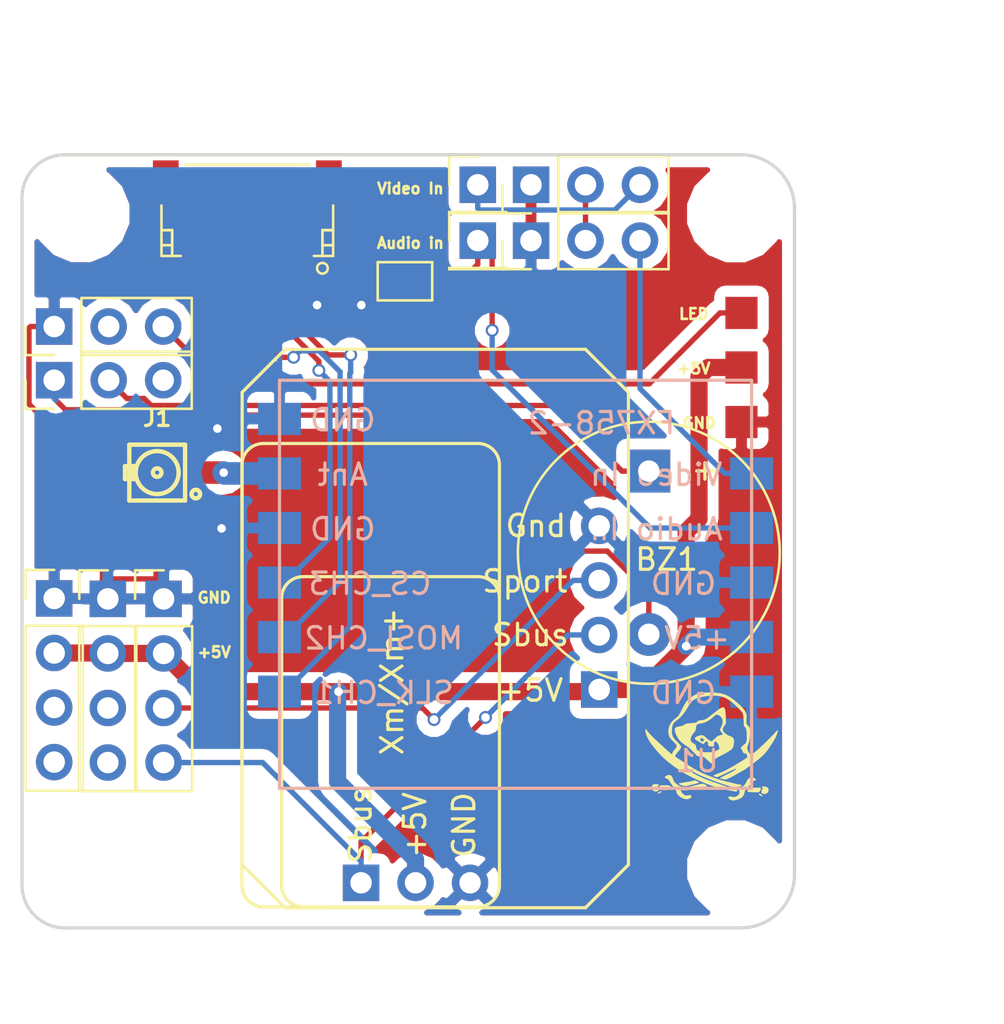
<source format=kicad_pcb>
(kicad_pcb (version 4) (host pcbnew 4.0.6-e0-6349~53~ubuntu16.04.1)

  (general
    (links 37)
    (no_connects 0)
    (area 19.924999 18.924999 56.075001 55.075001)
    (thickness 1.6)
    (drawings 18)
    (tracks 162)
    (zones 0)
    (modules 24)
    (nets 24)
  )

  (page A4)
  (layers
    (0 F.Cu signal)
    (31 B.Cu signal)
    (32 B.Adhes user)
    (33 F.Adhes user)
    (34 B.Paste user)
    (35 F.Paste user)
    (36 B.SilkS user)
    (37 F.SilkS user)
    (38 B.Mask user)
    (39 F.Mask user)
    (40 Dwgs.User user)
    (41 Cmts.User user)
    (42 Eco1.User user)
    (43 Eco2.User user)
    (44 Edge.Cuts user)
    (45 Margin user)
    (46 B.CrtYd user hide)
    (47 F.CrtYd user hide)
    (48 B.Fab user)
    (49 F.Fab user hide)
  )

  (setup
    (last_trace_width 0.25)
    (trace_clearance 0.2)
    (zone_clearance 0.508)
    (zone_45_only no)
    (trace_min 0.2)
    (segment_width 0.2)
    (edge_width 0.15)
    (via_size 0.6)
    (via_drill 0.4)
    (via_min_size 0.4)
    (via_min_drill 0.3)
    (uvia_size 0.3)
    (uvia_drill 0.1)
    (uvias_allowed no)
    (uvia_min_size 0.2)
    (uvia_min_drill 0.1)
    (pcb_text_width 0.3)
    (pcb_text_size 1.5 1.5)
    (mod_edge_width 0.15)
    (mod_text_size 1 1)
    (mod_text_width 0.15)
    (pad_size 1.7 1.7)
    (pad_drill 1)
    (pad_to_mask_clearance 0.2)
    (aux_axis_origin 20 19)
    (visible_elements FFFFFF7F)
    (pcbplotparams
      (layerselection 0x00030_80000001)
      (usegerberextensions false)
      (excludeedgelayer true)
      (linewidth 0.100000)
      (plotframeref false)
      (viasonmask false)
      (mode 1)
      (useauxorigin false)
      (hpglpennumber 1)
      (hpglpenspeed 20)
      (hpglpendiameter 15)
      (hpglpenoverlay 2)
      (psnegative false)
      (psa4output false)
      (plotreference true)
      (plotvalue true)
      (plotinvisibletext false)
      (padsonsilk false)
      (subtractmaskfromsilk false)
      (outputformat 1)
      (mirror false)
      (drillshape 0)
      (scaleselection 1)
      (outputdirectory ""))
  )

  (net 0 "")
  (net 1 GND)
  (net 2 /RAM)
  (net 3 /video_in)
  (net 4 /vtx_video)
  (net 5 +5V)
  (net 6 /vtx_audio)
  (net 7 +3V3)
  (net 8 /SPI_SLK)
  (net 9 /SPI_MOSI)
  (net 10 /SPI_CS)
  (net 11 /FC_TX1)
  (net 12 /FC_RX1)
  (net 13 /FC_TX2)
  (net 14 /FC_RX2)
  (net 15 /LED_STRIP)
  (net 16 "Net-(J8-Pad3)")
  (net 17 /ant)
  (net 18 /buz+)
  (net 19 /buz-)
  (net 20 +BATT)
  (net 21 "Net-(J4-Pad6)")
  (net 22 "Net-(J7-Pad3)")
  (net 23 "Net-(J11-Pad2)")

  (net_class Default "This is the default net class."
    (clearance 0.2)
    (trace_width 0.25)
    (via_dia 0.6)
    (via_drill 0.4)
    (uvia_dia 0.3)
    (uvia_drill 0.1)
    (add_net +BATT)
    (add_net /FC_RX1)
    (add_net /FC_RX2)
    (add_net /FC_TX1)
    (add_net /FC_TX2)
    (add_net /LED_STRIP)
    (add_net /RAM)
    (add_net /SPI_CS)
    (add_net /SPI_MOSI)
    (add_net /SPI_SLK)
    (add_net /buz+)
    (add_net /buz-)
    (add_net /video_in)
    (add_net /vtx_audio)
    (add_net /vtx_video)
    (add_net GND)
    (add_net "Net-(J11-Pad2)")
    (add_net "Net-(J4-Pad6)")
    (add_net "Net-(J7-Pad3)")
    (add_net "Net-(J8-Pad3)")
  )

  (net_class ant ""
    (clearance 0.2)
    (trace_width 1.05)
    (via_dia 0.6)
    (via_drill 0.4)
    (uvia_dia 0.3)
    (uvia_drill 0.1)
    (add_net /ant)
  )

  (net_class power ""
    (clearance 0.2)
    (trace_width 0.8)
    (via_dia 0.6)
    (via_drill 0.4)
    (uvia_dia 0.3)
    (uvia_drill 0.1)
    (add_net +3V3)
    (add_net +5V)
  )

  (module Pin_Headers:Pin_Header_Straight_1x03_Pitch2.54mm (layer F.Cu) (tedit 5967D47E) (tstamp 58E5387B)
    (at 43.72 23 90)
    (descr "Through hole straight pin header, 1x03, 2.54mm pitch, single row")
    (tags "Through hole pin header THT 1x03 2.54mm single row")
    (path /58E5389C)
    (fp_text reference J3 (at 0 -2.33 90) (layer F.SilkS) hide
      (effects (font (size 1 1) (thickness 0.15)))
    )
    (fp_text value CONN_01X03 (at 0 7.41 90) (layer F.Fab)
      (effects (font (size 1 1) (thickness 0.15)))
    )
    (fp_line (start -0.635 -1.27) (end 1.27 -1.27) (layer F.Fab) (width 0.1))
    (fp_line (start 1.27 -1.27) (end 1.27 6.35) (layer F.Fab) (width 0.1))
    (fp_line (start 1.27 6.35) (end -1.27 6.35) (layer F.Fab) (width 0.1))
    (fp_line (start -1.27 6.35) (end -1.27 -0.635) (layer F.Fab) (width 0.1))
    (fp_line (start -1.27 -0.635) (end -0.635 -1.27) (layer F.Fab) (width 0.1))
    (fp_line (start -1.33 6.41) (end 1.33 6.41) (layer F.SilkS) (width 0.12))
    (fp_line (start -1.33 1.27) (end -1.33 6.41) (layer F.SilkS) (width 0.12))
    (fp_line (start 1.33 1.27) (end 1.33 6.41) (layer F.SilkS) (width 0.12))
    (fp_line (start -1.33 1.27) (end 1.33 1.27) (layer F.SilkS) (width 0.12))
    (fp_line (start -1.33 0) (end -1.33 -1.33) (layer F.SilkS) (width 0.12))
    (fp_line (start -1.33 -1.33) (end 0 -1.33) (layer F.SilkS) (width 0.12))
    (fp_line (start -1.8 -1.8) (end -1.8 6.85) (layer F.CrtYd) (width 0.05))
    (fp_line (start -1.8 6.85) (end 1.8 6.85) (layer F.CrtYd) (width 0.05))
    (fp_line (start 1.8 6.85) (end 1.8 -1.8) (layer F.CrtYd) (width 0.05))
    (fp_line (start 1.8 -1.8) (end -1.8 -1.8) (layer F.CrtYd) (width 0.05))
    (fp_text user %R (at 0 2.54 180) (layer F.Fab)
      (effects (font (size 1 1) (thickness 0.15)))
    )
    (pad 1 thru_hole rect (at 0 0 90) (size 1.7 1.7) (drill 1) (layers *.Cu *.Mask)
      (net 1 GND))
    (pad 2 thru_hole oval (at 0 2.54 90) (size 1.7 1.7) (drill 1) (layers *.Cu *.Mask)
      (net 2 /RAM))
    (pad 3 thru_hole oval (at 0 5.08 90) (size 1.7 1.7) (drill 1) (layers *.Cu *.Mask)
      (net 4 /vtx_video))
    (model ${KISYS3DMOD}/Pin_Headers.3dshapes/Pin_Header_Straight_1x03_Pitch2.54mm.wrl
      (at (xyz 0 0 0))
      (scale (xyz 1 1 1))
      (rotate (xyz 0 0 0))
    )
  )

  (module Buzzers_Beepers:Buzzer_12x9.5RM7.6 (layer F.Cu) (tedit 58B1A329) (tstamp 58E84BB1)
    (at 49.21 33.732 270)
    (descr "Generic Buzzer, D12mm height 9.5mm with RM7.6mm")
    (tags buzzer)
    (path /58E83590)
    (fp_text reference BZ1 (at 4.114 -0.828 360) (layer F.SilkS)
      (effects (font (size 1 1) (thickness 0.15)))
    )
    (fp_text value Buzzer (at 3.8 7.4 270) (layer F.Fab)
      (effects (font (size 1 1) (thickness 0.15)))
    )
    (fp_text user + (at -0.01 -2.54 270) (layer F.Fab)
      (effects (font (size 1 1) (thickness 0.15)))
    )
    (fp_text user + (at -0.01 -2.54 270) (layer F.SilkS)
      (effects (font (size 1 1) (thickness 0.15)))
    )
    (fp_text user %R (at 3.8 -4 270) (layer F.Fab)
      (effects (font (size 1 1) (thickness 0.15)))
    )
    (fp_circle (center 3.8 0) (end 10.05 0) (layer F.CrtYd) (width 0.05))
    (fp_circle (center 3.8 0) (end 9.8 0) (layer F.Fab) (width 0.1))
    (fp_circle (center 3.8 0) (end 4.8 0) (layer F.Fab) (width 0.1))
    (fp_circle (center 3.8 0) (end 9.9 0) (layer F.SilkS) (width 0.12))
    (pad 1 thru_hole rect (at 0 0 270) (size 2 2) (drill 1) (layers *.Cu *.Mask)
      (net 18 /buz+))
    (pad 2 thru_hole circle (at 7.6 0 270) (size 2 2) (drill 1) (layers *.Cu *.Mask)
      (net 19 /buz-))
    (model Buzzers_Beepers.3dshapes/Buzzer_12x9.5RM7.6.wrl
      (at (xyz 0.15 0 0))
      (scale (xyz 4 4 4))
      (rotate (xyz 0 0 0))
    )
  )

  (module Pin_Headers:Pin_Header_Straight_1x03_Pitch2.54mm (layer F.Cu) (tedit 5967D48B) (tstamp 58E53874)
    (at 43.72 20.4 90)
    (descr "Through hole straight pin header, 1x03, 2.54mm pitch, single row")
    (tags "Through hole pin header THT 1x03 2.54mm single row")
    (path /58E537EB)
    (fp_text reference J2 (at 0 -2.33 90) (layer F.SilkS) hide
      (effects (font (size 1 1) (thickness 0.15)))
    )
    (fp_text value CONN_01X03 (at 0 7.41 90) (layer F.Fab)
      (effects (font (size 1 1) (thickness 0.15)))
    )
    (fp_line (start -0.635 -1.27) (end 1.27 -1.27) (layer F.Fab) (width 0.1))
    (fp_line (start 1.27 -1.27) (end 1.27 6.35) (layer F.Fab) (width 0.1))
    (fp_line (start 1.27 6.35) (end -1.27 6.35) (layer F.Fab) (width 0.1))
    (fp_line (start -1.27 6.35) (end -1.27 -0.635) (layer F.Fab) (width 0.1))
    (fp_line (start -1.27 -0.635) (end -0.635 -1.27) (layer F.Fab) (width 0.1))
    (fp_line (start -1.33 6.41) (end 1.33 6.41) (layer F.SilkS) (width 0.12))
    (fp_line (start -1.33 1.27) (end -1.33 6.41) (layer F.SilkS) (width 0.12))
    (fp_line (start 1.33 1.27) (end 1.33 6.41) (layer F.SilkS) (width 0.12))
    (fp_line (start -1.33 1.27) (end 1.33 1.27) (layer F.SilkS) (width 0.12))
    (fp_line (start -1.33 0) (end -1.33 -1.33) (layer F.SilkS) (width 0.12))
    (fp_line (start -1.33 -1.33) (end 0 -1.33) (layer F.SilkS) (width 0.12))
    (fp_line (start -1.8 -1.8) (end -1.8 6.85) (layer F.CrtYd) (width 0.05))
    (fp_line (start -1.8 6.85) (end 1.8 6.85) (layer F.CrtYd) (width 0.05))
    (fp_line (start 1.8 6.85) (end 1.8 -1.8) (layer F.CrtYd) (width 0.05))
    (fp_line (start 1.8 -1.8) (end -1.8 -1.8) (layer F.CrtYd) (width 0.05))
    (fp_text user %R (at 0 2.54 180) (layer F.Fab)
      (effects (font (size 1 1) (thickness 0.15)))
    )
    (pad 1 thru_hole rect (at 0 0 90) (size 1.7 1.7) (drill 1) (layers *.Cu *.Mask)
      (net 1 GND))
    (pad 2 thru_hole oval (at 0 2.54 90) (size 1.7 1.7) (drill 1) (layers *.Cu *.Mask)
      (net 2 /RAM))
    (pad 3 thru_hole oval (at 0 5.08 90) (size 1.7 1.7) (drill 1) (layers *.Cu *.Mask)
      (net 3 /video_in))
    (model ${KISYS3DMOD}/Pin_Headers.3dshapes/Pin_Header_Straight_1x03_Pitch2.54mm.wrl
      (at (xyz 0 0 0))
      (scale (xyz 1 1 1))
      (rotate (xyz 0 0 0))
    )
  )

  (module Mounting_Holes:MountingHole_3.5mm (layer F.Cu) (tedit 5967D447) (tstamp 58E52EB1)
    (at 53.25 21.75)
    (descr "Mounting Hole 3.5mm, no annular")
    (tags "mounting hole 3.5mm no annular")
    (fp_text reference REF** (at 0 -4.5) (layer F.SilkS) hide
      (effects (font (size 1 1) (thickness 0.15)))
    )
    (fp_text value MountingHole_3.5mm (at 0 4.5) (layer F.Fab)
      (effects (font (size 1 1) (thickness 0.15)))
    )
    (fp_circle (center 0 0) (end 3.5 0) (layer Cmts.User) (width 0.15))
    (fp_circle (center 0 0) (end 3.75 0) (layer F.CrtYd) (width 0.05))
    (pad 1 np_thru_hole circle (at 0 0) (size 3.5 3.5) (drill 3.5) (layers *.Cu *.Mask))
  )

  (module Mounting_Holes:MountingHole_3.5mm (layer F.Cu) (tedit 5967D444) (tstamp 58E52FFE)
    (at 22.75 21.75)
    (descr "Mounting Hole 3.5mm, no annular")
    (tags "mounting hole 3.5mm no annular")
    (fp_text reference REF** (at 0 -4.5) (layer F.SilkS) hide
      (effects (font (size 1 1) (thickness 0.15)))
    )
    (fp_text value MountingHole_3.5mm (at 0 4.5) (layer F.Fab)
      (effects (font (size 1 1) (thickness 0.15)))
    )
    (fp_circle (center 0 0) (end 3.5 0) (layer Cmts.User) (width 0.15))
    (fp_circle (center 0 0) (end 3.75 0) (layer F.CrtYd) (width 0.05))
    (pad 1 np_thru_hole circle (at 0 0) (size 3.5 3.5) (drill 3.5) (layers *.Cu *.Mask))
  )

  (module Mounting_Holes:MountingHole_3.5mm (layer F.Cu) (tedit 5967D457) (tstamp 58E53002)
    (at 53.25 52.25)
    (descr "Mounting Hole 3.5mm, no annular")
    (tags "mounting hole 3.5mm no annular")
    (fp_text reference REF** (at 0 -4.5) (layer F.SilkS) hide
      (effects (font (size 1 1) (thickness 0.15)))
    )
    (fp_text value MountingHole_3.5mm (at 0 4.5) (layer F.Fab)
      (effects (font (size 1 1) (thickness 0.15)))
    )
    (fp_circle (center 0 0) (end 3.5 0) (layer Cmts.User) (width 0.15))
    (fp_circle (center 0 0) (end 3.75 0) (layer F.CrtYd) (width 0.05))
    (pad 1 np_thru_hole circle (at 0 0) (size 3.5 3.5) (drill 3.5) (layers *.Cu *.Mask))
  )

  (module Mounting_Holes:MountingHole_3.5mm (layer F.Cu) (tedit 5967D4BD) (tstamp 58E53004)
    (at 22.75 52.25)
    (descr "Mounting Hole 3.5mm, no annular")
    (tags "mounting hole 3.5mm no annular")
    (fp_text reference REF** (at 0 -4.5) (layer F.SilkS) hide
      (effects (font (size 1 1) (thickness 0.15)))
    )
    (fp_text value MountingHole_3.5mm (at 0 4.5) (layer F.Fab)
      (effects (font (size 1 1) (thickness 0.15)))
    )
    (fp_circle (center 0 0) (end 3.5 0) (layer Cmts.User) (width 0.15))
    (fp_circle (center 0 0) (end 3.75 0) (layer F.CrtYd) (width 0.05))
    (pad 1 np_thru_hole circle (at 0 0) (size 3.5 3.5) (drill 3.5) (layers *.Cu *.Mask))
  )

  (module Connectors_JST:JST_SH_SM06B-SRSS-TB_06x1.00mm_Angled (layer F.Cu) (tedit 5967D498) (tstamp 58E5339A)
    (at 30.5 22.1 180)
    (descr http://www.jst-mfg.com/product/pdf/eng/eSH.pdf)
    (tags "connector jst sh")
    (path /58E53311)
    (attr smd)
    (fp_text reference J4 (at -2.5 -4 180) (layer F.SilkS) hide
      (effects (font (size 1 1) (thickness 0.15)))
    )
    (fp_text value CONN_01X06 (at 0 4.5 180) (layer F.Fab)
      (effects (font (size 1 1) (thickness 0.15)))
    )
    (fp_circle (center -3.5 -2.1875) (end -3.25 -2.1875) (layer F.SilkS) (width 0.12))
    (fp_line (start -2.9 2.6375) (end 2.9 2.6375) (layer F.SilkS) (width 0.12))
    (fp_line (start -4 0.7375) (end -4 -1.6125) (layer F.SilkS) (width 0.12))
    (fp_line (start -4 -1.6125) (end -3.1 -1.6125) (layer F.SilkS) (width 0.12))
    (fp_line (start -3.5 -1.6125) (end -3.5 -0.4125) (layer F.SilkS) (width 0.12))
    (fp_line (start -3.5 -0.4125) (end -3.5 -0.4125) (layer F.SilkS) (width 0.12))
    (fp_line (start -3.5 -0.4125) (end -3.5 -1.6125) (layer F.SilkS) (width 0.12))
    (fp_line (start -3.5 -1.6125) (end -3.5 -1.6125) (layer F.SilkS) (width 0.12))
    (fp_line (start -3.5 -1.1125) (end -3.5 -1.1125) (layer F.SilkS) (width 0.12))
    (fp_line (start -3.5 -1.1125) (end -4 -1.1125) (layer F.SilkS) (width 0.12))
    (fp_line (start -4 -1.1125) (end -4 -1.1125) (layer F.SilkS) (width 0.12))
    (fp_line (start -4 -1.1125) (end -3.5 -1.1125) (layer F.SilkS) (width 0.12))
    (fp_line (start -3.5 -0.4125) (end -3.5 -0.4125) (layer F.SilkS) (width 0.12))
    (fp_line (start -3.5 -0.4125) (end -4 -0.4125) (layer F.SilkS) (width 0.12))
    (fp_line (start -4 -0.4125) (end -4 -0.4125) (layer F.SilkS) (width 0.12))
    (fp_line (start -4 -0.4125) (end -3.5 -0.4125) (layer F.SilkS) (width 0.12))
    (fp_line (start 4 0.7375) (end 4 -1.6125) (layer F.SilkS) (width 0.12))
    (fp_line (start 4 -1.6125) (end 3.1 -1.6125) (layer F.SilkS) (width 0.12))
    (fp_line (start 3.5 -1.6125) (end 3.5 -0.4125) (layer F.SilkS) (width 0.12))
    (fp_line (start 3.5 -0.4125) (end 3.5 -0.4125) (layer F.SilkS) (width 0.12))
    (fp_line (start 3.5 -0.4125) (end 3.5 -1.6125) (layer F.SilkS) (width 0.12))
    (fp_line (start 3.5 -1.6125) (end 3.5 -1.6125) (layer F.SilkS) (width 0.12))
    (fp_line (start 3.5 -1.1125) (end 3.5 -1.1125) (layer F.SilkS) (width 0.12))
    (fp_line (start 3.5 -1.1125) (end 4 -1.1125) (layer F.SilkS) (width 0.12))
    (fp_line (start 4 -1.1125) (end 4 -1.1125) (layer F.SilkS) (width 0.12))
    (fp_line (start 4 -1.1125) (end 3.5 -1.1125) (layer F.SilkS) (width 0.12))
    (fp_line (start 3.5 -0.4125) (end 3.5 -0.4125) (layer F.SilkS) (width 0.12))
    (fp_line (start 3.5 -0.4125) (end 4 -0.4125) (layer F.SilkS) (width 0.12))
    (fp_line (start 4 -0.4125) (end 4 -0.4125) (layer F.SilkS) (width 0.12))
    (fp_line (start 4 -0.4125) (end 3.5 -0.4125) (layer F.SilkS) (width 0.12))
    (fp_line (start -4.9 3.35) (end -4.9 -3.25) (layer F.CrtYd) (width 0.05))
    (fp_line (start -4.9 -3.25) (end 4.9 -3.25) (layer F.CrtYd) (width 0.05))
    (fp_line (start 4.9 -3.25) (end 4.9 3.35) (layer F.CrtYd) (width 0.05))
    (fp_line (start 4.9 3.35) (end -4.9 3.35) (layer F.CrtYd) (width 0.05))
    (pad 1 smd rect (at -2.5 -1.9375 180) (size 0.6 1.55) (layers F.Cu F.Paste F.Mask)
      (net 1 GND))
    (pad 2 smd rect (at -1.5 -1.9375 180) (size 0.6 1.55) (layers F.Cu F.Paste F.Mask)
      (net 7 +3V3))
    (pad 3 smd rect (at -0.5 -1.9375 180) (size 0.6 1.55) (layers F.Cu F.Paste F.Mask)
      (net 8 /SPI_SLK))
    (pad 4 smd rect (at 0.5 -1.9375 180) (size 0.6 1.55) (layers F.Cu F.Paste F.Mask)
      (net 10 /SPI_CS))
    (pad 5 smd rect (at 1.5 -1.9375 180) (size 0.6 1.55) (layers F.Cu F.Paste F.Mask)
      (net 9 /SPI_MOSI))
    (pad 6 smd rect (at 2.5 -1.9375 180) (size 0.6 1.55) (layers F.Cu F.Paste F.Mask)
      (net 21 "Net-(J4-Pad6)"))
    (pad "" smd rect (at -3.8 1.9375 180) (size 1.2 1.8) (layers F.Cu F.Paste F.Mask))
    (pad "" smd rect (at 3.8 1.9375 180) (size 1.2 1.8) (layers F.Cu F.Paste F.Mask))
  )

  (module Pin_Headers:Pin_Header_Straight_1x04_Pitch2.54mm (layer F.Cu) (tedit 5967D431) (tstamp 58E53576)
    (at 24 39.68)
    (descr "Through hole straight pin header, 1x04, 2.54mm pitch, single row")
    (tags "Through hole pin header THT 1x04 2.54mm single row")
    (path /58E533C8)
    (fp_text reference J9 (at 0 -2.33) (layer F.SilkS) hide
      (effects (font (size 1 1) (thickness 0.15)))
    )
    (fp_text value CONN_01X04 (at 0 9.95) (layer F.Fab)
      (effects (font (size 1 1) (thickness 0.15)))
    )
    (fp_line (start -0.635 -1.27) (end 1.27 -1.27) (layer F.Fab) (width 0.1))
    (fp_line (start 1.27 -1.27) (end 1.27 8.89) (layer F.Fab) (width 0.1))
    (fp_line (start 1.27 8.89) (end -1.27 8.89) (layer F.Fab) (width 0.1))
    (fp_line (start -1.27 8.89) (end -1.27 -0.635) (layer F.Fab) (width 0.1))
    (fp_line (start -1.27 -0.635) (end -0.635 -1.27) (layer F.Fab) (width 0.1))
    (fp_line (start -1.33 8.95) (end 1.33 8.95) (layer F.SilkS) (width 0.12))
    (fp_line (start -1.33 1.27) (end -1.33 8.95) (layer F.SilkS) (width 0.12))
    (fp_line (start 1.33 1.27) (end 1.33 8.95) (layer F.SilkS) (width 0.12))
    (fp_line (start -1.33 1.27) (end 1.33 1.27) (layer F.SilkS) (width 0.12))
    (fp_line (start -1.33 0) (end -1.33 -1.33) (layer F.SilkS) (width 0.12))
    (fp_line (start -1.33 -1.33) (end 0 -1.33) (layer F.SilkS) (width 0.12))
    (fp_line (start -1.8 -1.8) (end -1.8 9.4) (layer F.CrtYd) (width 0.05))
    (fp_line (start -1.8 9.4) (end 1.8 9.4) (layer F.CrtYd) (width 0.05))
    (fp_line (start 1.8 9.4) (end 1.8 -1.8) (layer F.CrtYd) (width 0.05))
    (fp_line (start 1.8 -1.8) (end -1.8 -1.8) (layer F.CrtYd) (width 0.05))
    (fp_text user %R (at 0 3.81 90) (layer F.Fab)
      (effects (font (size 1 1) (thickness 0.15)))
    )
    (pad 1 thru_hole rect (at 0 0) (size 1.7 1.7) (drill 1) (layers *.Cu *.Mask)
      (net 1 GND))
    (pad 2 thru_hole oval (at 0 2.54) (size 1.7 1.7) (drill 1) (layers *.Cu *.Mask)
      (net 5 +5V))
    (pad 3 thru_hole oval (at 0 5.08) (size 1.7 1.7) (drill 1) (layers *.Cu *.Mask)
      (net 11 /FC_TX1))
    (pad 4 thru_hole oval (at 0 7.62) (size 1.7 1.7) (drill 1) (layers *.Cu *.Mask)
      (net 12 /FC_RX1))
    (model ${KISYS3DMOD}/Pin_Headers.3dshapes/Pin_Header_Straight_1x04_Pitch2.54mm.wrl
      (at (xyz 0 0 0))
      (scale (xyz 1 1 1))
      (rotate (xyz 0 0 0))
    )
  )

  (module Pin_Headers:Pin_Header_Straight_1x04_Pitch2.54mm (layer F.Cu) (tedit 5967D435) (tstamp 58E5375C)
    (at 26.6 39.68)
    (descr "Through hole straight pin header, 1x04, 2.54mm pitch, single row")
    (tags "Through hole pin header THT 1x04 2.54mm single row")
    (path /58E5379C)
    (fp_text reference J10 (at 0 -2.33) (layer F.SilkS) hide
      (effects (font (size 1 1) (thickness 0.15)))
    )
    (fp_text value CONN_01X04 (at 0 9.95) (layer F.Fab)
      (effects (font (size 1 1) (thickness 0.15)))
    )
    (fp_line (start -0.635 -1.27) (end 1.27 -1.27) (layer F.Fab) (width 0.1))
    (fp_line (start 1.27 -1.27) (end 1.27 8.89) (layer F.Fab) (width 0.1))
    (fp_line (start 1.27 8.89) (end -1.27 8.89) (layer F.Fab) (width 0.1))
    (fp_line (start -1.27 8.89) (end -1.27 -0.635) (layer F.Fab) (width 0.1))
    (fp_line (start -1.27 -0.635) (end -0.635 -1.27) (layer F.Fab) (width 0.1))
    (fp_line (start -1.33 8.95) (end 1.33 8.95) (layer F.SilkS) (width 0.12))
    (fp_line (start -1.33 1.27) (end -1.33 8.95) (layer F.SilkS) (width 0.12))
    (fp_line (start 1.33 1.27) (end 1.33 8.95) (layer F.SilkS) (width 0.12))
    (fp_line (start -1.33 1.27) (end 1.33 1.27) (layer F.SilkS) (width 0.12))
    (fp_line (start -1.33 0) (end -1.33 -1.33) (layer F.SilkS) (width 0.12))
    (fp_line (start -1.33 -1.33) (end 0 -1.33) (layer F.SilkS) (width 0.12))
    (fp_line (start -1.8 -1.8) (end -1.8 9.4) (layer F.CrtYd) (width 0.05))
    (fp_line (start -1.8 9.4) (end 1.8 9.4) (layer F.CrtYd) (width 0.05))
    (fp_line (start 1.8 9.4) (end 1.8 -1.8) (layer F.CrtYd) (width 0.05))
    (fp_line (start 1.8 -1.8) (end -1.8 -1.8) (layer F.CrtYd) (width 0.05))
    (fp_text user %R (at 0 3.81 90) (layer F.Fab)
      (effects (font (size 1 1) (thickness 0.15)))
    )
    (pad 1 thru_hole rect (at 0 0) (size 1.7 1.7) (drill 1) (layers *.Cu *.Mask)
      (net 1 GND))
    (pad 2 thru_hole oval (at 0 2.54) (size 1.7 1.7) (drill 1) (layers *.Cu *.Mask)
      (net 5 +5V))
    (pad 3 thru_hole oval (at 0 5.08) (size 1.7 1.7) (drill 1) (layers *.Cu *.Mask)
      (net 13 /FC_TX2))
    (pad 4 thru_hole oval (at 0 7.62) (size 1.7 1.7) (drill 1) (layers *.Cu *.Mask)
      (net 14 /FC_RX2))
    (model ${KISYS3DMOD}/Pin_Headers.3dshapes/Pin_Header_Straight_1x04_Pitch2.54mm.wrl
      (at (xyz 0 0 0))
      (scale (xyz 1 1 1))
      (rotate (xyz 0 0 0))
    )
  )

  (module spectre:bitmap (layer F.Cu) (tedit 0) (tstamp 58E6B37C)
    (at 52.1 46.5)
    (fp_text reference G*** (at 0 0) (layer F.SilkS) hide
      (effects (font (thickness 0.3)))
    )
    (fp_text value LOGO (at 0.75 0) (layer F.SilkS) hide
      (effects (font (thickness 0.3)))
    )
    (fp_poly (pts (xy 1.964929 1.497149) (xy 2.026119 1.526869) (xy 2.0644 1.559116) (xy 2.106304 1.604856)
      (xy 2.034227 1.633768) (xy 1.987826 1.656736) (xy 1.943501 1.688894) (xy 1.897879 1.733562)
      (xy 1.847586 1.794063) (xy 1.789248 1.873715) (xy 1.786518 1.877605) (xy 1.746773 1.930032)
      (xy 1.702337 1.98203) (xy 1.661171 2.02444) (xy 1.65077 2.033819) (xy 1.616142 2.065024)
      (xy 1.59467 2.090741) (xy 1.581355 2.119935) (xy 1.5712 2.161566) (xy 1.566759 2.184465)
      (xy 1.537854 2.286114) (xy 1.493347 2.367757) (xy 1.444874 2.420088) (xy 1.390309 2.457236)
      (xy 1.318617 2.493008) (xy 1.237975 2.523839) (xy 1.156562 2.546165) (xy 1.154671 2.546566)
      (xy 1.095345 2.557975) (xy 1.051661 2.562925) (xy 1.014783 2.561735) (xy 0.975874 2.554723)
      (xy 0.969521 2.553238) (xy 0.913722 2.533564) (xy 0.867942 2.505417) (xy 0.83597 2.472549)
      (xy 0.821596 2.438711) (xy 0.826308 2.411489) (xy 0.844484 2.390697) (xy 0.873232 2.381491)
      (xy 0.916798 2.383429) (xy 0.978044 2.395736) (xy 1.060591 2.408438) (xy 1.132156 2.402104)
      (xy 1.199843 2.375533) (xy 1.238062 2.351809) (xy 1.298466 2.298824) (xy 1.334278 2.240816)
      (xy 1.345304 2.178498) (xy 1.331351 2.112582) (xy 1.312907 2.074962) (xy 1.295005 2.042399)
      (xy 1.285038 2.020216) (xy 1.284332 2.014629) (xy 1.297955 2.008685) (xy 1.327853 1.997215)
      (xy 1.35255 1.988146) (xy 1.446533 1.947181) (xy 1.52157 1.897182) (xy 1.582829 1.833392)
      (xy 1.635483 1.751058) (xy 1.657059 1.70815) (xy 1.684394 1.654705) (xy 1.712724 1.606516)
      (xy 1.737661 1.570775) (xy 1.74772 1.559598) (xy 1.787536 1.529769) (xy 1.834945 1.504572)
      (xy 1.879847 1.488847) (xy 1.901417 1.48597) (xy 1.964929 1.497149)) (layer F.SilkS) (width 0.01))
    (fp_poly (pts (xy -1.939229 1.386747) (xy -1.936106 1.387) (xy -1.885826 1.395196) (xy -1.847801 1.41286)
      (xy -1.818235 1.443955) (xy -1.793332 1.492444) (xy -1.7698 1.560636) (xy -1.75007 1.619588)
      (xy -1.729991 1.663068) (xy -1.704318 1.700529) (xy -1.671943 1.737075) (xy -1.623974 1.781536)
      (xy -1.565944 1.82601) (xy -1.504936 1.865838) (xy -1.448033 1.896365) (xy -1.4055 1.912209)
      (xy -1.376178 1.924034) (xy -1.36338 1.94426) (xy -1.365723 1.977819) (xy -1.376679 2.014984)
      (xy -1.388933 2.058042) (xy -1.396169 2.097182) (xy -1.397 2.109475) (xy -1.387139 2.145929)
      (xy -1.360311 2.190972) (xy -1.320655 2.239053) (xy -1.27231 2.284627) (xy -1.257732 2.296218)
      (xy -1.201746 2.33892) (xy -1.072005 2.330077) (xy -0.942264 2.321233) (xy -0.920522 2.354416)
      (xy -0.906542 2.379814) (xy -0.90784 2.399106) (xy -0.919409 2.419085) (xy -0.959166 2.458406)
      (xy -1.018644 2.484275) (xy -1.098974 2.497155) (xy -1.11125 2.497913) (xy -1.180757 2.497527)
      (xy -1.2387 2.487073) (xy -1.265068 2.47838) (xy -1.381754 2.425396) (xy -1.475406 2.361794)
      (xy -1.5461 2.287492) (xy -1.593913 2.202406) (xy -1.618924 2.106453) (xy -1.620061 2.097263)
      (xy -1.626452 2.053069) (xy -1.636741 2.022126) (xy -1.655958 1.994654) (xy -1.689134 1.960877)
      (xy -1.691274 1.958823) (xy -1.725767 1.926811) (xy -1.75508 1.90145) (xy -1.772075 1.888761)
      (xy -1.785853 1.874008) (xy -1.808648 1.84221) (xy -1.836984 1.79844) (xy -1.860141 1.760198)
      (xy -1.89335 1.706515) (xy -1.92685 1.656984) (xy -1.955882 1.618434) (xy -1.970045 1.602554)
      (xy -2.002289 1.576369) (xy -2.043556 1.54976) (xy -2.085677 1.527289) (xy -2.120486 1.513515)
      (xy -2.133462 1.5113) (xy -2.146655 1.504486) (xy -2.142449 1.48685) (xy -2.123919 1.462598)
      (xy -2.094143 1.435937) (xy -2.06297 1.414921) (xy -2.022226 1.394256) (xy -1.985662 1.385896)
      (xy -1.939229 1.386747)) (layer F.SilkS) (width 0.01))
    (fp_poly (pts (xy 2.266782 2.248635) (xy 2.298103 2.260618) (xy 2.333996 2.279894) (xy 2.36718 2.302148)
      (xy 2.390371 2.323066) (xy 2.396756 2.3368) (xy 2.383376 2.35466) (xy 2.355815 2.357996)
      (xy 2.320834 2.346655) (xy 2.307525 2.338815) (xy 2.271998 2.310252) (xy 2.248754 2.281985)
      (xy 2.241086 2.258966) (xy 2.247316 2.24826) (xy 2.266782 2.248635)) (layer F.SilkS) (width 0.01))
    (fp_poly (pts (xy 2.496642 1.919615) (xy 2.544379 1.925197) (xy 2.580841 1.93476) (xy 2.581682 1.935113)
      (xy 2.636327 1.969262) (xy 2.671127 2.013582) (xy 2.687191 2.063888) (xy 2.685631 2.115994)
      (xy 2.667554 2.165716) (xy 2.634071 2.208869) (xy 2.586292 2.241268) (xy 2.525325 2.258727)
      (xy 2.495384 2.2606) (xy 2.443171 2.256138) (xy 2.405296 2.240987) (xy 2.39424 2.233159)
      (xy 2.372294 2.212369) (xy 2.363868 2.189808) (xy 2.365146 2.154453) (xy 2.365594 2.150377)
      (xy 2.377099 2.103939) (xy 2.398082 2.056365) (xy 2.405116 2.044739) (xy 2.42469 2.013948)
      (xy 2.436656 1.99279) (xy 2.4384 1.988148) (xy 2.428326 1.97877) (xy 2.403568 1.963891)
      (xy 2.39845 1.961193) (xy 2.373554 1.945738) (xy 2.370167 1.934669) (xy 2.376225 1.929311)
      (xy 2.403521 1.921417) (xy 2.446674 1.918269) (xy 2.496642 1.919615)) (layer F.SilkS) (width 0.01))
    (fp_poly (pts (xy -2.3114 2.14473) (xy -2.323849 2.176253) (xy -2.360192 2.206621) (xy -2.403532 2.228365)
      (xy -2.44428 2.243592) (xy -2.465701 2.246364) (xy -2.470603 2.236683) (xy -2.468224 2.228408)
      (xy -2.453395 2.210209) (xy -2.424018 2.185375) (xy -2.387781 2.159542) (xy -2.352377 2.138346)
      (xy -2.333625 2.129786) (xy -2.315501 2.129687) (xy -2.3114 2.14473)) (layer F.SilkS) (width 0.01))
    (fp_poly (pts (xy 2.246009 1.971176) (xy 2.272993 1.973647) (xy 2.291109 1.978495) (xy 2.304481 1.985968)
      (xy 2.309713 1.98998) (xy 2.33025 2.019956) (xy 2.327175 2.057787) (xy 2.300399 2.103822)
      (xy 2.273578 2.134839) (xy 2.258469 2.150821) (xy 2.245045 2.163175) (xy 2.230077 2.172214)
      (xy 2.210334 2.178251) (xy 2.182585 2.1816) (xy 2.1436 2.182576) (xy 2.090149 2.181491)
      (xy 2.019002 2.178659) (xy 1.926927 2.174393) (xy 1.88595 2.17247) (xy 1.812488 2.168529)
      (xy 1.761305 2.163934) (xy 1.729284 2.15752) (xy 1.713309 2.148124) (xy 1.710264 2.134582)
      (xy 1.717032 2.115729) (xy 1.719717 2.11039) (xy 1.745807 2.071504) (xy 1.780903 2.033249)
      (xy 1.81677 2.003923) (xy 1.83515 1.994096) (xy 1.856017 1.990362) (xy 1.897393 1.98615)
      (xy 1.9544 1.981847) (xy 2.022159 1.977835) (xy 2.070616 1.975526) (xy 2.148945 1.972364)
      (xy 2.206034 1.970831) (xy 2.246009 1.971176)) (layer F.SilkS) (width 0.01))
    (fp_poly (pts (xy -2.480244 1.810013) (xy -2.4432 1.816997) (xy -2.424714 1.825468) (xy -2.427634 1.834476)
      (xy -2.435371 1.837995) (xy -2.46085 1.858343) (xy -2.467163 1.894618) (xy -2.454365 1.947231)
      (xy -2.451183 1.955589) (xy -2.431847 2.014258) (xy -2.427597 2.05796) (xy -2.438632 2.09231)
      (xy -2.456873 2.115127) (xy -2.484372 2.135877) (xy -2.518371 2.144706) (xy -2.548948 2.145802)
      (xy -2.594982 2.141855) (xy -2.637312 2.132558) (xy -2.64858 2.128436) (xy -2.702716 2.092655)
      (xy -2.739596 2.042482) (xy -2.755537 1.983261) (xy -2.7559 1.97266) (xy -2.746897 1.906578)
      (xy -2.719555 1.857252) (xy -2.673378 1.824309) (xy -2.607869 1.807377) (xy -2.532996 1.805466)
      (xy -2.480244 1.810013)) (layer F.SilkS) (width 0.01))
    (fp_poly (pts (xy 0.021935 -2.458782) (xy 0.05715 -2.457418) (xy 0.199877 -2.448054) (xy 0.321584 -2.43639)
      (xy 0.42661 -2.42151) (xy 0.519298 -2.402495) (xy 0.603987 -2.37843) (xy 0.68502 -2.348395)
      (xy 0.766738 -2.311474) (xy 0.78105 -2.304427) (xy 0.880951 -2.248059) (xy 0.99209 -2.173366)
      (xy 1.111163 -2.082847) (xy 1.234864 -1.979003) (xy 1.349152 -1.874573) (xy 1.446831 -1.777565)
      (xy 1.524308 -1.690077) (xy 1.583219 -1.608652) (xy 1.625198 -1.529834) (xy 1.651879 -1.450166)
      (xy 1.664896 -1.366191) (xy 1.665883 -1.274453) (xy 1.661373 -1.214167) (xy 1.654468 -1.131069)
      (xy 1.653563 -1.06773) (xy 1.659901 -1.018958) (xy 1.674728 -0.979562) (xy 1.699289 -0.944348)
      (xy 1.734742 -0.908207) (xy 1.767329 -0.875423) (xy 1.792067 -0.842788) (xy 1.809668 -0.806538)
      (xy 1.820847 -0.762911) (xy 1.826318 -0.708143) (xy 1.826795 -0.638474) (xy 1.822991 -0.55014)
      (xy 1.817827 -0.470345) (xy 1.811494 -0.382547) (xy 1.805677 -0.314322) (xy 1.799268 -0.259896)
      (xy 1.791161 -0.213494) (xy 1.780247 -0.169343) (xy 1.76542 -0.121666) (xy 1.745572 -0.064689)
      (xy 1.733722 -0.03175) (xy 1.71177 0.032265) (xy 1.698764 0.079832) (xy 1.693299 0.117698)
      (xy 1.693969 0.152608) (xy 1.694398 0.156951) (xy 1.706964 0.209391) (xy 1.732584 0.272141)
      (xy 1.767253 0.336693) (xy 1.805154 0.392237) (xy 1.822428 0.421917) (xy 1.8288 0.446212)
      (xy 1.833793 0.465911) (xy 1.839987 0.4699) (xy 1.853878 0.462826) (xy 1.884088 0.44345)
      (xy 1.926488 0.414536) (xy 1.976949 0.378848) (xy 1.989742 0.369625) (xy 2.049821 0.323136)
      (xy 2.124592 0.260381) (xy 2.211533 0.183769) (xy 2.308121 0.095709) (xy 2.411833 -0.00139)
      (xy 2.520146 -0.105119) (xy 2.630536 -0.213067) (xy 2.740482 -0.322826) (xy 2.84746 -0.431987)
      (xy 2.948947 -0.53814) (xy 3.018777 -0.613067) (xy 3.056492 -0.652352) (xy 3.087966 -0.681972)
      (xy 3.109413 -0.69856) (xy 3.116772 -0.700244) (xy 3.118273 -0.679296) (xy 3.111291 -0.640041)
      (xy 3.097353 -0.587516) (xy 3.077988 -0.526757) (xy 3.054722 -0.462802) (xy 3.029083 -0.400688)
      (xy 3.019602 -0.379823) (xy 2.987314 -0.315906) (xy 2.946645 -0.242724) (xy 2.904041 -0.171636)
      (xy 2.882046 -0.137436) (xy 2.839182 -0.072625) (xy 2.789943 0.002319) (xy 2.741696 0.076165)
      (xy 2.715452 0.116564) (xy 2.632182 0.233761) (xy 2.534902 0.351816) (xy 2.430854 0.462527)
      (xy 2.327278 0.557688) (xy 2.323012 0.56125) (xy 2.214677 0.6499) (xy 2.101353 0.740053)
      (xy 1.987196 0.828563) (xy 1.87636 0.912282) (xy 1.773001 0.988062) (xy 1.681275 1.052756)
      (xy 1.61925 1.094293) (xy 1.562755 1.129543) (xy 1.489026 1.173531) (xy 1.402797 1.223613)
      (xy 1.308805 1.277141) (xy 1.211784 1.331469) (xy 1.116468 1.383952) (xy 1.027593 1.431942)
      (xy 0.949894 1.472795) (xy 0.888105 1.503863) (xy 0.876171 1.509568) (xy 0.803735 1.543245)
      (xy 0.748575 1.566688) (xy 0.70514 1.580799) (xy 0.667878 1.586482) (xy 0.631237 1.584637)
      (xy 0.589665 1.576168) (xy 0.543467 1.563634) (xy 0.494517 1.548833) (xy 0.456476 1.535483)
      (xy 0.434799 1.52559) (xy 0.4318 1.52255) (xy 0.442747 1.514732) (xy 0.473704 1.497275)
      (xy 0.52184 1.471653) (xy 0.584326 1.439344) (xy 0.658333 1.401823) (xy 0.74103 1.360566)
      (xy 0.765175 1.348636) (xy 0.876501 1.293127) (xy 0.966463 1.24684) (xy 1.036929 1.208732)
      (xy 1.089767 1.177761) (xy 1.126846 1.152885) (xy 1.14808 1.135053) (xy 1.17553 1.106914)
      (xy 1.186402 1.091636) (xy 1.182532 1.084592) (xy 1.169285 1.081658) (xy 1.148686 1.085944)
      (xy 1.10838 1.100927) (xy 1.051115 1.125424) (xy 0.979636 1.158253) (xy 0.89669 1.198232)
      (xy 0.884805 1.204092) (xy 0.743387 1.273619) (xy 0.623269 1.331824) (xy 0.523285 1.379232)
      (xy 0.442267 1.416372) (xy 0.379049 1.443768) (xy 0.332464 1.461949) (xy 0.301346 1.47144)
      (xy 0.288623 1.4732) (xy 0.258417 1.468773) (xy 0.215645 1.457346) (xy 0.182425 1.446064)
      (xy 0.143306 1.430687) (xy 0.124659 1.420215) (xy 0.122905 1.411393) (xy 0.133535 1.401644)
      (xy 0.154654 1.390194) (xy 0.193653 1.372494) (xy 0.244603 1.351136) (xy 0.291311 1.332647)
      (xy 0.391966 1.293577) (xy 0.474116 1.26092) (xy 0.543096 1.232331) (xy 0.604244 1.205466)
      (xy 0.662896 1.17798) (xy 0.724389 1.147529) (xy 0.79375 1.11193) (xy 0.860696 1.0762)
      (xy 0.938113 1.033215) (xy 1.023306 0.984622) (xy 1.113578 0.932068) (xy 1.206234 0.8772)
      (xy 1.298578 0.821664) (xy 1.387915 0.767108) (xy 1.471549 0.715179) (xy 1.546784 0.667524)
      (xy 1.610924 0.625789) (xy 1.661275 0.591622) (xy 1.695139 0.56667) (xy 1.709823 0.55258)
      (xy 1.710044 0.552093) (xy 1.708738 0.533782) (xy 1.700144 0.499274) (xy 1.686237 0.456375)
      (xy 1.65706 0.37465) (xy 1.604045 0.374181) (xy 1.556772 0.367286) (xy 1.521543 0.344983)
      (xy 1.493745 0.303392) (xy 1.479341 0.269253) (xy 1.459247 0.223885) (xy 1.435329 0.181215)
      (xy 1.427053 0.169122) (xy 1.407855 0.140778) (xy 1.397555 0.120666) (xy 1.397 0.117844)
      (xy 1.40603 0.103156) (xy 1.430081 0.07666) (xy 1.464593 0.042728) (xy 1.50501 0.005733)
      (xy 1.54677 -0.029953) (xy 1.572105 -0.050092) (xy 1.606019 -0.077924) (xy 1.631713 -0.105278)
      (xy 1.650308 -0.136155) (xy 1.662925 -0.174559) (xy 1.670686 -0.224492) (xy 1.674711 -0.289958)
      (xy 1.676122 -0.37496) (xy 1.676201 -0.42177) (xy 1.675232 -0.528797) (xy 1.672025 -0.614252)
      (xy 1.665829 -0.681917) (xy 1.655889 -0.735576) (xy 1.641454 -0.779013) (xy 1.621771 -0.816011)
      (xy 1.596086 -0.850354) (xy 1.589378 -0.858131) (xy 1.5367 -0.917977) (xy 1.536493 -1.040014)
      (xy 1.534193 -1.159353) (xy 1.527963 -1.267994) (xy 1.518184 -1.362562) (xy 1.505232 -1.439679)
      (xy 1.489488 -1.495972) (xy 1.483842 -1.509201) (xy 1.460235 -1.54558) (xy 1.416983 -1.597829)
      (xy 1.354185 -1.665836) (xy 1.27194 -1.74949) (xy 1.257837 -1.763475) (xy 1.132206 -1.883951)
      (xy 1.017775 -1.985245) (xy 0.911629 -2.069289) (xy 0.810849 -2.138017) (xy 0.712518 -2.19336)
      (xy 0.61372 -2.237251) (xy 0.511537 -2.271623) (xy 0.47625 -2.281292) (xy 0.361635 -2.303018)
      (xy 0.229356 -2.314494) (xy 0.084741 -2.31626) (xy -0.066879 -2.308854) (xy -0.220176 -2.292816)
      (xy -0.369818 -2.268685) (xy -0.510478 -2.237) (xy -0.636824 -2.198301) (xy -0.731454 -2.159105)
      (xy -0.808987 -2.116374) (xy -0.874777 -2.06727) (xy -0.932959 -2.007408) (xy -0.987668 -1.932401)
      (xy -1.043039 -1.837865) (xy -1.054313 -1.816692) (xy -1.111548 -1.716013) (xy -1.177636 -1.613549)
      (xy -1.24951 -1.513096) (xy -1.324107 -1.418449) (xy -1.398361 -1.333405) (xy -1.469207 -1.261759)
      (xy -1.53358 -1.207306) (xy -1.5621 -1.187885) (xy -1.629103 -1.139867) (xy -1.690328 -1.083205)
      (xy -1.74023 -1.023811) (xy -1.773263 -0.967597) (xy -1.776682 -0.959107) (xy -1.798162 -0.881537)
      (xy -1.812195 -0.789347) (xy -1.818404 -0.691106) (xy -1.816416 -0.595382) (xy -1.805856 -0.510743)
      (xy -1.797772 -0.477052) (xy -1.776902 -0.420057) (xy -1.746661 -0.363821) (xy -1.704308 -0.30456)
      (xy -1.647103 -0.238488) (xy -1.572306 -0.161821) (xy -1.562705 -0.1524) (xy -1.512576 -0.10199)
      (xy -1.467554 -0.054122) (xy -1.431597 -0.013194) (xy -1.408663 0.016397) (xy -1.404171 0.023781)
      (xy -1.391519 0.051257) (xy -1.388606 0.07328) (xy -1.395459 0.100928) (xy -1.404405 0.125177)
      (xy -1.426892 0.1674) (xy -1.464203 0.219072) (xy -1.51089 0.272846) (xy -1.553869 0.321668)
      (xy -1.593789 0.372937) (xy -1.62798 0.422461) (xy -1.653769 0.46605) (xy -1.668485 0.499512)
      (xy -1.669455 0.518657) (xy -1.668393 0.519912) (xy -1.647184 0.53613) (xy -1.607468 0.563914)
      (xy -1.552247 0.601322) (xy -1.484524 0.646412) (xy -1.407301 0.697243) (xy -1.323582 0.751872)
      (xy -1.236369 0.808358) (xy -1.148665 0.864759) (xy -1.063472 0.919132) (xy -0.983794 0.969537)
      (xy -0.912634 1.014031) (xy -0.852993 1.050673) (xy -0.807875 1.077519) (xy -0.79375 1.085534)
      (xy -0.679256 1.148656) (xy -0.584074 1.200463) (xy -0.505514 1.242334) (xy -0.440889 1.275651)
      (xy -0.387511 1.301791) (xy -0.34269 1.322136) (xy -0.303738 1.338065) (xy -0.295913 1.34103)
      (xy -0.252536 1.357592) (xy -0.192522 1.380987) (xy -0.122774 1.408501) (xy -0.050193 1.437422)
      (xy -0.0254 1.447373) (xy 0.058837 1.480122) (xy 0.154729 1.515599) (xy 0.250877 1.54968)
      (xy 0.335878 1.578243) (xy 0.341303 1.57999) (xy 0.400795 1.59815) (xy 0.475709 1.619583)
      (xy 0.562639 1.64344) (xy 0.658177 1.668871) (xy 0.758915 1.695028) (xy 0.861446 1.721061)
      (xy 0.962363 1.746122) (xy 1.058257 1.769362) (xy 1.145721 1.789932) (xy 1.221347 1.806983)
      (xy 1.281729 1.819665) (xy 1.323457 1.827131) (xy 1.34001 1.8288) (xy 1.380699 1.832289)
      (xy 1.415042 1.841188) (xy 1.437078 1.853138) (xy 1.440848 1.865784) (xy 1.4391 1.867979)
      (xy 1.421449 1.878043) (xy 1.386608 1.892842) (xy 1.341597 1.909433) (xy 1.334215 1.911957)
      (xy 1.237188 1.936052) (xy 1.136177 1.942848) (xy 1.025951 1.932343) (xy 0.928602 1.91173)
      (xy 0.840463 1.887359) (xy 0.73284 1.854282) (xy 0.609548 1.813909) (xy 0.474402 1.767645)
      (xy 0.331218 1.716899) (xy 0.183812 1.663077) (xy 0.035998 1.607588) (xy -0.108407 1.551838)
      (xy -0.245588 1.497236) (xy -0.37173 1.445188) (xy -0.483017 1.397102) (xy -0.55245 1.365419)
      (xy -0.63114 1.326939) (xy -0.717649 1.282121) (xy -0.806342 1.234108) (xy -0.891584 1.186041)
      (xy -0.967738 1.141064) (xy -1.029169 1.10232) (xy -1.051105 1.087334) (xy -1.094984 1.059831)
      (xy -1.139845 1.037586) (xy -1.179501 1.023053) (xy -1.207767 1.018682) (xy -1.216509 1.021774)
      (xy -1.216232 1.035093) (xy -1.21218 1.038915) (xy -1.19693 1.050037) (xy -1.16662 1.072459)
      (xy -1.126534 1.102267) (xy -1.104598 1.118626) (xy -0.960601 1.218508) (xy -0.800756 1.314662)
      (xy -0.622914 1.408189) (xy -0.424927 1.500186) (xy -0.204647 1.591753) (xy -0.1016 1.631623)
      (xy -0.026704 1.659467) (xy 0.063729 1.692187) (xy 0.166242 1.728605) (xy 0.277383 1.767548)
      (xy 0.393696 1.807839) (xy 0.511727 1.848302) (xy 0.628021 1.887762) (xy 0.739124 1.925043)
      (xy 0.841582 1.958969) (xy 0.93194 1.988366) (xy 1.006743 2.012056) (xy 1.062537 2.028864)
      (xy 1.0795 2.033596) (xy 1.146428 2.055935) (xy 1.195921 2.081714) (xy 1.225093 2.109117)
      (xy 1.2319 2.129463) (xy 1.220449 2.139575) (xy 1.190091 2.144568) (xy 1.146811 2.144361)
      (xy 1.096598 2.138872) (xy 1.06045 2.131823) (xy 1.03076 2.125486) (xy 0.981594 2.115692)
      (xy 0.918466 2.103509) (xy 0.846892 2.090008) (xy 0.8001 2.081335) (xy 0.542847 2.02558)
      (xy 0.273097 1.95106) (xy -0.005877 1.858924) (xy -0.290803 1.750319) (xy -0.57841 1.626393)
      (xy -0.80645 1.517874) (xy -0.94792 1.446769) (xy -1.074518 1.380877) (xy -1.190114 1.31774)
      (xy -1.298577 1.254904) (xy -1.403778 1.189914) (xy -1.509586 1.120312) (xy -1.619869 1.043645)
      (xy -1.738498 0.957457) (xy -1.869342 0.859292) (xy -1.991016 0.766171) (xy -2.096781 0.678565)
      (xy -2.21033 0.573608) (xy -2.327986 0.455483) (xy -2.446075 0.328372) (xy -2.56092 0.196457)
      (xy -2.668847 0.063922) (xy -2.76618 -0.065052) (xy -2.849245 -0.186281) (xy -2.897722 -0.26567)
      (xy -2.958865 -0.382972) (xy -3.004878 -0.494187) (xy -3.034378 -0.595537) (xy -3.045365 -0.669925)
      (xy -3.04685 -0.714459) (xy -3.045252 -0.747028) (xy -3.040928 -0.761395) (xy -3.040146 -0.7616)
      (xy -3.028649 -0.75178) (xy -3.005759 -0.725378) (xy -2.974849 -0.68648) (xy -2.941097 -0.641631)
      (xy -2.902068 -0.592047) (xy -2.85189 -0.534741) (xy -2.788724 -0.467796) (xy -2.710734 -0.389292)
      (xy -2.616083 -0.297312) (xy -2.561395 -0.245157) (xy -2.485569 -0.173787) (xy -2.404094 -0.098112)
      (xy -2.319328 -0.020237) (xy -2.233633 0.057734) (xy -2.149367 0.133698) (xy -2.06889 0.20555)
      (xy -1.994563 0.271186) (xy -1.928744 0.328504) (xy -1.873794 0.375397) (xy -1.832072 0.409764)
      (xy -1.805938 0.429499) (xy -1.801832 0.432062) (xy -1.789319 0.43616) (xy -1.784797 0.425914)
      (xy -1.786565 0.396365) (xy -1.787293 0.389737) (xy -1.788898 0.356267) (xy -1.782175 0.32993)
      (xy -1.763442 0.300958) (xy -1.745563 0.279025) (xy -1.68052 0.199026) (xy -1.63338 0.134532)
      (xy -1.603177 0.084043) (xy -1.588949 0.046056) (xy -1.5875 0.03282) (xy -1.589898 0.009314)
      (xy -1.598627 -0.014995) (xy -1.615988 -0.043149) (xy -1.644284 -0.078188) (xy -1.685818 -0.123154)
      (xy -1.742891 -0.181087) (xy -1.769217 -0.207219) (xy -1.836047 -0.276418) (xy -1.885529 -0.336342)
      (xy -1.920888 -0.392606) (xy -1.945352 -0.450829) (xy -1.962147 -0.516626) (xy -1.968751 -0.554598)
      (xy -1.975581 -0.666882) (xy -1.963501 -0.781891) (xy -1.934057 -0.892615) (xy -1.888794 -0.992046)
      (xy -1.863565 -1.031396) (xy -1.801806 -1.110445) (xy -1.735357 -1.179117) (xy -1.655539 -1.246185)
      (xy -1.63724 -1.260153) (xy -1.593349 -1.294211) (xy -1.556368 -1.326112) (xy -1.523916 -1.359254)
      (xy -1.493609 -1.397032) (xy -1.463066 -1.442842) (xy -1.429904 -1.500083) (xy -1.391741 -1.572149)
      (xy -1.346194 -1.662438) (xy -1.324778 -1.705624) (xy -1.272423 -1.809482) (xy -1.227399 -1.893677)
      (xy -1.187244 -1.961982) (xy -1.149496 -2.018169) (xy -1.111695 -2.066012) (xy -1.071378 -2.109283)
      (xy -1.044783 -2.134781) (xy -0.975628 -2.192997) (xy -0.895378 -2.251113) (xy -0.809522 -2.30592)
      (xy -0.723545 -2.354208) (xy -0.642936 -2.392767) (xy -0.573182 -2.418387) (xy -0.549967 -2.424208)
      (xy -0.49522 -2.432875) (xy -0.421231 -2.440862) (xy -0.334154 -2.447829) (xy -0.240143 -2.453442)
      (xy -0.145355 -2.457363) (xy -0.055944 -2.459255) (xy 0.021935 -2.458782)) (layer F.SilkS) (width 0.01))
    (fp_poly (pts (xy -0.374768 1.789097) (xy -0.34596 1.799608) (xy -0.339475 1.802328) (xy -0.293004 1.821187)
      (xy -0.240946 1.841264) (xy -0.224348 1.847415) (xy -0.191902 1.861491) (xy -0.17428 1.873667)
      (xy -0.173548 1.879007) (xy -0.200311 1.893471) (xy -0.24884 1.910838) (xy -0.315755 1.930406)
      (xy -0.397679 1.951474) (xy -0.491234 1.973342) (xy -0.593041 1.995308) (xy -0.699722 2.016671)
      (xy -0.807899 2.03673) (xy -0.914194 2.054784) (xy -1.015229 2.070131) (xy -1.107625 2.08207)
      (xy -1.188005 2.089901) (xy -1.190625 2.090097) (xy -1.246555 2.093662) (xy -1.281709 2.094077)
      (xy -1.300565 2.090951) (xy -1.307596 2.083891) (xy -1.3081 2.079819) (xy -1.296358 2.050254)
      (xy -1.264222 2.019766) (xy -1.216331 1.99174) (xy -1.157323 1.969562) (xy -1.156913 1.969445)
      (xy -1.118498 1.959132) (xy -1.060658 1.944491) (xy -0.988734 1.92683) (xy -0.908068 1.90746)
      (xy -0.824001 1.88769) (xy -0.8128 1.885089) (xy -0.729047 1.865474) (xy -0.648319 1.846206)
      (xy -0.575861 1.828566) (xy -0.516922 1.813832) (xy -0.476746 1.803284) (xy -0.472825 1.802188)
      (xy -0.42862 1.790398) (xy -0.399128 1.786031) (xy -0.374768 1.789097)) (layer F.SilkS) (width 0.01))
    (fp_poly (pts (xy -2.003969 1.864778) (xy -1.97326 1.868652) (xy -1.94783 1.875313) (xy -1.922649 1.8853)
      (xy -1.903851 1.893916) (xy -1.843478 1.930315) (xy -1.801147 1.973203) (xy -1.779908 2.01911)
      (xy -1.778 2.037135) (xy -1.779732 2.056209) (xy -1.789137 2.066014) (xy -1.81253 2.069618)
      (xy -1.845842 2.0701) (xy -1.884831 2.070648) (xy -1.941743 2.072145) (xy -2.009127 2.074365)
      (xy -2.079534 2.077084) (xy -2.083967 2.07727) (xy -2.16119 2.079739) (xy -2.216987 2.079512)
      (xy -2.255209 2.076407) (xy -2.279705 2.07024) (xy -2.284992 2.067745) (xy -2.30385 2.050271)
      (xy -2.326993 2.018963) (xy -2.350908 1.980164) (xy -2.372079 1.94022) (xy -2.386992 1.905473)
      (xy -2.392132 1.88227) (xy -2.39044 1.877399) (xy -2.375213 1.87407) (xy -2.339098 1.870795)
      (xy -2.286605 1.867849) (xy -2.222244 1.865506) (xy -2.17805 1.864471) (xy -2.101336 1.863227)
      (xy -2.044985 1.863149) (xy -2.003969 1.864778)) (layer F.SilkS) (width 0.01))
    (fp_poly (pts (xy -0.635612 1.676104) (xy -0.593949 1.697943) (xy -0.563669 1.717061) (xy -0.550005 1.730052)
      (xy -0.549805 1.731963) (xy -0.563587 1.740338) (xy -0.598265 1.752804) (xy -0.64984 1.768398)
      (xy -0.714317 1.786156) (xy -0.787698 1.805114) (xy -0.865987 1.824309) (xy -0.945186 1.842777)
      (xy -1.021299 1.859553) (xy -1.09033 1.873675) (xy -1.14828 1.884179) (xy -1.191154 1.8901)
      (xy -1.20946 1.891024) (xy -1.252325 1.886944) (xy -1.295634 1.879133) (xy -1.345394 1.864293)
      (xy -1.394017 1.844701) (xy -1.436777 1.823009) (xy -1.468949 1.801869) (xy -1.485808 1.783931)
      (xy -1.484535 1.773153) (xy -1.471031 1.769902) (xy -1.436376 1.763356) (xy -1.384505 1.75421)
      (xy -1.319352 1.743154) (xy -1.244853 1.730881) (xy -1.23825 1.72981) (xy -1.151045 1.715279)
      (xy -1.061396 1.69965) (xy -0.976618 1.684246) (xy -0.904027 1.670389) (xy -0.861244 1.66165)
      (xy -0.725537 1.632601) (xy -0.635612 1.676104)) (layer F.SilkS) (width 0.01))
    (fp_poly (pts (xy 0.593263 -1.764455) (xy 0.625802 -1.742679) (xy 0.649863 -1.700142) (xy 0.666962 -1.636273)
      (xy 0.678614 -1.550499) (xy 0.686335 -1.44225) (xy 0.691639 -1.310954) (xy 0.692572 -1.280916)
      (xy 0.700455 -1.018782) (xy 0.653134 -0.957066) (xy 0.615845 -0.902875) (xy 0.583551 -0.845718)
      (xy 0.559564 -0.792363) (xy 0.547195 -0.749579) (xy 0.546224 -0.73852) (xy 0.557632 -0.686809)
      (xy 0.590126 -0.631074) (xy 0.640505 -0.574724) (xy 0.705567 -0.52117) (xy 0.782111 -0.473821)
      (xy 0.806091 -0.461694) (xy 0.850699 -0.441282) (xy 0.88779 -0.426208) (xy 0.910385 -0.41927)
      (xy 0.912312 -0.4191) (xy 0.950133 -0.408909) (xy 0.992104 -0.382377) (xy 1.030409 -0.345572)
      (xy 1.055745 -0.307751) (xy 1.068556 -0.277816) (xy 1.075952 -0.248378) (xy 1.078785 -0.212054)
      (xy 1.077909 -0.16146) (xy 1.076378 -0.129114) (xy 1.065807 -0.026197) (xy 1.044986 0.057135)
      (xy 1.012367 0.125161) (xy 0.966401 0.182158) (xy 0.962146 0.186326) (xy 0.923994 0.21729)
      (xy 0.866009 0.256614) (xy 0.791571 0.302349) (xy 0.704059 0.352547) (xy 0.606856 0.405259)
      (xy 0.503342 0.458537) (xy 0.413922 0.502331) (xy 0.342157 0.537288) (xy 0.288201 0.566224)
      (xy 0.24668 0.593492) (xy 0.212219 0.623449) (xy 0.179443 0.660448) (xy 0.142978 0.708844)
      (xy 0.120974 0.739677) (xy 0.089799 0.78123) (xy 0.062118 0.813709) (xy 0.042319 0.832137)
      (xy 0.037409 0.834489) (xy 0.018827 0.828122) (xy -0.011487 0.808825) (xy -0.043395 0.783729)
      (xy -0.080492 0.751195) (xy -0.128353 0.708157) (xy -0.179286 0.661567) (xy -0.2051 0.637619)
      (xy -0.265227 0.583929) (xy -0.315267 0.546617) (xy -0.361705 0.522814) (xy -0.411026 0.509648)
      (xy -0.469716 0.504249) (xy -0.508 0.503551) (xy -0.61595 0.503223) (xy -0.8255 0.292176)
      (xy -0.896773 0.220943) (xy -0.954532 0.164843) (xy -1.002712 0.120555) (xy -1.04525 0.084754)
      (xy -1.086081 0.054119) (xy -1.12914 0.025325) (xy -1.174996 -0.002931) (xy -1.29911 -0.086727)
      (xy -1.402548 -0.178031) (xy -1.489903 -0.281757) (xy -1.499193 -0.296583) (xy -0.945638 -0.296583)
      (xy -0.942449 -0.245885) (xy -0.926532 -0.196589) (xy -0.920669 -0.18415) (xy -0.898172 -0.149458)
      (xy -0.865694 -0.121305) (xy -0.82016 -0.09525) (xy -0.763879 -0.06249) (xy -0.726291 -0.027684)
      (xy -0.702284 0.016312) (xy -0.686745 0.076642) (xy -0.683491 0.095702) (xy -0.671117 0.155641)
      (xy -0.653878 0.197118) (xy -0.627372 0.227069) (xy -0.5872 0.252428) (xy -0.58249 0.254862)
      (xy -0.524893 0.28059) (xy -0.463691 0.299746) (xy -0.394452 0.312981) (xy -0.312741 0.320946)
      (xy -0.214125 0.324292) (xy -0.111871 0.323963) (xy 0.125509 0.320397) (xy 0.231029 0.268746)
      (xy 0.282708 0.242165) (xy 0.329618 0.215776) (xy 0.36408 0.193978) (xy 0.372322 0.187807)
      (xy 0.408095 0.158518) (xy 0.386932 0.063384) (xy 0.37171 0.002265) (xy 0.354914 -0.043174)
      (xy 0.331715 -0.082444) (xy 0.297285 -0.125058) (xy 0.283293 -0.140747) (xy 0.241492 -0.178022)
      (xy 0.20619 -0.19103) (xy 0.178188 -0.180259) (xy 0.15829 -0.146194) (xy 0.147297 -0.089323)
      (xy 0.145487 -0.05715) (xy 0.144169 -0.013816) (xy 0.142688 0.019943) (xy 0.141655 0.033956)
      (xy 0.130061 0.041861) (xy 0.096769 0.046096) (xy 0.040161 0.046843) (xy 0.029068 0.046656)
      (xy -0.024197 0.045276) (xy -0.058335 0.042371) (xy -0.079613 0.035914) (xy -0.094297 0.023876)
      (xy -0.108656 0.004228) (xy -0.11051 0.001477) (xy -0.130455 -0.037327) (xy -0.133552 -0.076008)
      (xy -0.131877 -0.088906) (xy -0.13019 -0.141688) (xy -0.143493 -0.175285) (xy -0.169501 -0.18913)
      (xy -0.205928 -0.182659) (xy -0.250487 -0.155304) (xy -0.282579 -0.12621) (xy -0.324125 -0.087888)
      (xy -0.353227 -0.07024) (xy -0.366607 -0.069693) (xy -0.398285 -0.084239) (xy -0.445073 -0.10894)
      (xy -0.500741 -0.140174) (xy -0.55906 -0.174319) (xy -0.613799 -0.207753) (xy -0.65873 -0.236854)
      (xy -0.679819 -0.251802) (xy -0.697444 -0.2667) (xy -0.4953 -0.2667) (xy -0.484586 -0.225657)
      (xy -0.457039 -0.195459) (xy -0.419554 -0.178855) (xy -0.379026 -0.178594) (xy -0.342348 -0.197422)
      (xy -0.336402 -0.203364) (xy -0.315109 -0.242643) (xy -0.314436 -0.284115) (xy -0.33153 -0.321156)
      (xy -0.363535 -0.34714) (xy -0.402019 -0.3556) (xy -0.447999 -0.344891) (xy -0.480698 -0.315985)
      (xy -0.495045 -0.273714) (xy -0.4953 -0.2667) (xy -0.697444 -0.2667) (xy -0.722042 -0.287491)
      (xy -0.742758 -0.316893) (xy -0.741319 -0.343138) (xy -0.717079 -0.369357) (xy -0.669393 -0.398683)
      (xy -0.647111 -0.410226) (xy -0.555026 -0.448203) (xy -0.469602 -0.466733) (xy -0.394081 -0.465269)
      (xy -0.364369 -0.457999) (xy -0.336176 -0.443264) (xy -0.29574 -0.415239) (xy -0.249055 -0.378319)
      (xy -0.213317 -0.347227) (xy -0.140263 -0.284434) (xy -0.075587 -0.235956) (xy -0.021469 -0.20317)
      (xy 0.019911 -0.187458) (xy 0.039691 -0.187237) (xy 0.058586 -0.198284) (xy 0.090799 -0.223264)
      (xy 0.131557 -0.258279) (xy 0.169282 -0.292957) (xy 0.227861 -0.347974) (xy 0.272685 -0.388151)
      (xy 0.308197 -0.416371) (xy 0.338837 -0.435516) (xy 0.369046 -0.44847) (xy 0.403266 -0.458114)
      (xy 0.434162 -0.464896) (xy 0.49799 -0.479979) (xy 0.53799 -0.495553) (xy 0.555593 -0.514776)
      (xy 0.55223 -0.540811) (xy 0.529333 -0.576817) (xy 0.500655 -0.611738) (xy 0.469809 -0.648653)
      (xy 0.444969 -0.680181) (xy 0.431579 -0.699395) (xy 0.430937 -0.719095) (xy 0.441941 -0.756351)
      (xy 0.465138 -0.81277) (xy 0.485917 -0.858145) (xy 0.513924 -0.918817) (xy 0.532566 -0.963749)
      (xy 0.543765 -0.999952) (xy 0.549444 -1.034439) (xy 0.551525 -1.074225) (xy 0.551818 -1.09855)
      (xy 0.550976 -1.153712) (xy 0.54618 -1.193414) (xy 0.535259 -1.227535) (xy 0.516041 -1.265953)
      (xy 0.51435 -1.269021) (xy 0.472063 -1.328421) (xy 0.41902 -1.377421) (xy 0.360506 -1.412823)
      (xy 0.301807 -1.431424) (xy 0.248388 -1.430071) (xy 0.226736 -1.418461) (xy 0.191561 -1.392766)
      (xy 0.147514 -1.35664) (xy 0.099249 -1.313739) (xy 0.093363 -1.308279) (xy -0.018115 -1.216044)
      (xy -0.137016 -1.138949) (xy -0.258955 -1.079198) (xy -0.379547 -1.038995) (xy -0.47625 -1.021977)
      (xy -0.554311 -1.011345) (xy -0.610944 -0.994184) (xy -0.649967 -0.966776) (xy -0.675199 -0.925399)
      (xy -0.690455 -0.866334) (xy -0.697844 -0.806046) (xy -0.705208 -0.744004) (xy -0.71492 -0.701247)
      (xy -0.72857 -0.671669) (xy -0.735211 -0.662503) (xy -0.810856 -0.56562) (xy -0.868707 -0.483199)
      (xy -0.90978 -0.412627) (xy -0.935086 -0.351292) (xy -0.945638 -0.296583) (xy -1.499193 -0.296583)
      (xy -1.565765 -0.402819) (xy -1.587569 -0.444444) (xy -1.634516 -0.548006) (xy -1.664034 -0.637256)
      (xy -1.675936 -0.711236) (xy -1.670034 -0.768989) (xy -1.65658 -0.797347) (xy -1.625733 -0.828376)
      (xy -1.58012 -0.851731) (xy -1.51564 -0.869171) (xy -1.471245 -0.876791) (xy -1.393796 -0.889937)
      (xy -1.335668 -0.904304) (xy -1.290791 -0.921837) (xy -1.253095 -0.944479) (xy -1.247771 -0.948372)
      (xy -1.209417 -0.974238) (xy -1.17018 -0.993503) (xy -1.124896 -1.007474) (xy -1.068396 -1.017452)
      (xy -0.995517 -1.024742) (xy -0.927455 -1.029203) (xy -0.833531 -1.035539) (xy -0.761625 -1.043001)
      (xy -0.708356 -1.052379) (xy -0.670345 -1.064466) (xy -0.644211 -1.080056) (xy -0.626732 -1.099696)
      (xy -0.607952 -1.12368) (xy -0.585013 -1.140524) (xy -0.552615 -1.152121) (xy -0.505458 -1.160362)
      (xy -0.438241 -1.167141) (xy -0.437702 -1.167186) (xy -0.38785 -1.172545) (xy -0.342527 -1.180734)
      (xy -0.298906 -1.193351) (xy -0.25416 -1.211996) (xy -0.205461 -1.238266) (xy -0.149983 -1.273762)
      (xy -0.084898 -1.320082) (xy -0.007379 -1.378825) (xy 0.085402 -1.451589) (xy 0.135142 -1.491132)
      (xy 0.250369 -1.581922) (xy 0.348025 -1.655379) (xy 0.429628 -1.710932) (xy 0.496691 -1.74801)
      (xy 0.550731 -1.766042) (xy 0.593263 -1.764455)) (layer F.SilkS) (width 0.01))
    (fp_poly (pts (xy -0.346365 -0.319626) (xy -0.3429 -0.3048) (xy -0.351938 -0.284369) (xy -0.371187 -0.279907)
      (xy -0.38735 -0.2921) (xy -0.389006 -0.313402) (xy -0.37249 -0.328292) (xy -0.361201 -0.3302)
      (xy -0.346365 -0.319626)) (layer F.SilkS) (width 0.01))
  )

  (module Pin_Headers:Pin_Header_Straight_1x03_Pitch2.54mm (layer F.Cu) (tedit 5967D424) (tstamp 58E6BEF9)
    (at 21.5 27 90)
    (descr "Through hole straight pin header, 1x03, 2.54mm pitch, single row")
    (tags "Through hole pin header THT 1x03 2.54mm single row")
    (path /58E6BDBB)
    (fp_text reference J11 (at 0 -2.33 90) (layer F.SilkS) hide
      (effects (font (size 1 1) (thickness 0.15)))
    )
    (fp_text value CONN_01X03 (at 0 7.41 90) (layer F.Fab)
      (effects (font (size 1 1) (thickness 0.15)))
    )
    (fp_line (start -0.635 -1.27) (end 1.27 -1.27) (layer F.Fab) (width 0.1))
    (fp_line (start 1.27 -1.27) (end 1.27 6.35) (layer F.Fab) (width 0.1))
    (fp_line (start 1.27 6.35) (end -1.27 6.35) (layer F.Fab) (width 0.1))
    (fp_line (start -1.27 6.35) (end -1.27 -0.635) (layer F.Fab) (width 0.1))
    (fp_line (start -1.27 -0.635) (end -0.635 -1.27) (layer F.Fab) (width 0.1))
    (fp_line (start -1.33 6.41) (end 1.33 6.41) (layer F.SilkS) (width 0.12))
    (fp_line (start -1.33 1.27) (end -1.33 6.41) (layer F.SilkS) (width 0.12))
    (fp_line (start 1.33 1.27) (end 1.33 6.41) (layer F.SilkS) (width 0.12))
    (fp_line (start -1.33 1.27) (end 1.33 1.27) (layer F.SilkS) (width 0.12))
    (fp_line (start -1.33 0) (end -1.33 -1.33) (layer F.SilkS) (width 0.12))
    (fp_line (start -1.33 -1.33) (end 0 -1.33) (layer F.SilkS) (width 0.12))
    (fp_line (start -1.8 -1.8) (end -1.8 6.85) (layer F.CrtYd) (width 0.05))
    (fp_line (start -1.8 6.85) (end 1.8 6.85) (layer F.CrtYd) (width 0.05))
    (fp_line (start 1.8 6.85) (end 1.8 -1.8) (layer F.CrtYd) (width 0.05))
    (fp_line (start 1.8 -1.8) (end -1.8 -1.8) (layer F.CrtYd) (width 0.05))
    (fp_text user %R (at 0 2.54 180) (layer F.Fab)
      (effects (font (size 1 1) (thickness 0.15)))
    )
    (pad 1 thru_hole rect (at 0 0 90) (size 1.7 1.7) (drill 1) (layers *.Cu *.Mask)
      (net 1 GND))
    (pad 2 thru_hole oval (at 0 2.54 90) (size 1.7 1.7) (drill 1) (layers *.Cu *.Mask)
      (net 23 "Net-(J11-Pad2)"))
    (pad 3 thru_hole oval (at 0 5.08 90) (size 1.7 1.7) (drill 1) (layers *.Cu *.Mask)
      (net 15 /LED_STRIP))
    (model ${KISYS3DMOD}/Pin_Headers.3dshapes/Pin_Header_Straight_1x03_Pitch2.54mm.wrl
      (at (xyz 0 0 0))
      (scale (xyz 1 1 1))
      (rotate (xyz 0 0 0))
    )
  )

  (module Pin_Headers:Pin_Header_Straight_1x03_Pitch2.54mm (layer F.Cu) (tedit 5967D427) (tstamp 58E6BF00)
    (at 21.5 29.5 90)
    (descr "Through hole straight pin header, 1x03, 2.54mm pitch, single row")
    (tags "Through hole pin header THT 1x03 2.54mm single row")
    (path /58E6BE64)
    (fp_text reference J7 (at 0 -2.33 90) (layer F.SilkS) hide
      (effects (font (size 1 1) (thickness 0.15)))
    )
    (fp_text value CONN_01X03 (at 0 7.41 90) (layer F.Fab)
      (effects (font (size 1 1) (thickness 0.15)))
    )
    (fp_line (start -0.635 -1.27) (end 1.27 -1.27) (layer F.Fab) (width 0.1))
    (fp_line (start 1.27 -1.27) (end 1.27 6.35) (layer F.Fab) (width 0.1))
    (fp_line (start 1.27 6.35) (end -1.27 6.35) (layer F.Fab) (width 0.1))
    (fp_line (start -1.27 6.35) (end -1.27 -0.635) (layer F.Fab) (width 0.1))
    (fp_line (start -1.27 -0.635) (end -0.635 -1.27) (layer F.Fab) (width 0.1))
    (fp_line (start -1.33 6.41) (end 1.33 6.41) (layer F.SilkS) (width 0.12))
    (fp_line (start -1.33 1.27) (end -1.33 6.41) (layer F.SilkS) (width 0.12))
    (fp_line (start 1.33 1.27) (end 1.33 6.41) (layer F.SilkS) (width 0.12))
    (fp_line (start -1.33 1.27) (end 1.33 1.27) (layer F.SilkS) (width 0.12))
    (fp_line (start -1.33 0) (end -1.33 -1.33) (layer F.SilkS) (width 0.12))
    (fp_line (start -1.33 -1.33) (end 0 -1.33) (layer F.SilkS) (width 0.12))
    (fp_line (start -1.8 -1.8) (end -1.8 6.85) (layer F.CrtYd) (width 0.05))
    (fp_line (start -1.8 6.85) (end 1.8 6.85) (layer F.CrtYd) (width 0.05))
    (fp_line (start 1.8 6.85) (end 1.8 -1.8) (layer F.CrtYd) (width 0.05))
    (fp_line (start 1.8 -1.8) (end -1.8 -1.8) (layer F.CrtYd) (width 0.05))
    (fp_text user %R (at 0 2.54 180) (layer F.Fab)
      (effects (font (size 1 1) (thickness 0.15)))
    )
    (pad 1 thru_hole rect (at 0 0 90) (size 1.7 1.7) (drill 1) (layers *.Cu *.Mask)
      (net 19 /buz-))
    (pad 2 thru_hole oval (at 0 2.54 90) (size 1.7 1.7) (drill 1) (layers *.Cu *.Mask)
      (net 18 /buz+))
    (pad 3 thru_hole oval (at 0 5.08 90) (size 1.7 1.7) (drill 1) (layers *.Cu *.Mask)
      (net 22 "Net-(J7-Pad3)"))
    (model ${KISYS3DMOD}/Pin_Headers.3dshapes/Pin_Header_Straight_1x03_Pitch2.54mm.wrl
      (at (xyz 0 0 0))
      (scale (xyz 1 1 1))
      (rotate (xyz 0 0 0))
    )
  )

  (module Pin_Headers:Pin_Header_Straight_1x04_Pitch2.54mm (layer F.Cu) (tedit 5967D42E) (tstamp 590E46A0)
    (at 21.5 39.66)
    (descr "Through hole straight pin header, 1x04, 2.54mm pitch, single row")
    (tags "Through hole pin header THT 1x04 2.54mm single row")
    (path /590E360D)
    (fp_text reference J8 (at 0 -2.33) (layer F.SilkS) hide
      (effects (font (size 1 1) (thickness 0.15)))
    )
    (fp_text value CONN_01X04 (at 0 9.95) (layer F.Fab)
      (effects (font (size 1 1) (thickness 0.15)))
    )
    (fp_line (start -0.635 -1.27) (end 1.27 -1.27) (layer F.Fab) (width 0.1))
    (fp_line (start 1.27 -1.27) (end 1.27 8.89) (layer F.Fab) (width 0.1))
    (fp_line (start 1.27 8.89) (end -1.27 8.89) (layer F.Fab) (width 0.1))
    (fp_line (start -1.27 8.89) (end -1.27 -0.635) (layer F.Fab) (width 0.1))
    (fp_line (start -1.27 -0.635) (end -0.635 -1.27) (layer F.Fab) (width 0.1))
    (fp_line (start -1.33 8.95) (end 1.33 8.95) (layer F.SilkS) (width 0.12))
    (fp_line (start -1.33 1.27) (end -1.33 8.95) (layer F.SilkS) (width 0.12))
    (fp_line (start 1.33 1.27) (end 1.33 8.95) (layer F.SilkS) (width 0.12))
    (fp_line (start -1.33 1.27) (end 1.33 1.27) (layer F.SilkS) (width 0.12))
    (fp_line (start -1.33 0) (end -1.33 -1.33) (layer F.SilkS) (width 0.12))
    (fp_line (start -1.33 -1.33) (end 0 -1.33) (layer F.SilkS) (width 0.12))
    (fp_line (start -1.8 -1.8) (end -1.8 9.4) (layer F.CrtYd) (width 0.05))
    (fp_line (start -1.8 9.4) (end 1.8 9.4) (layer F.CrtYd) (width 0.05))
    (fp_line (start 1.8 9.4) (end 1.8 -1.8) (layer F.CrtYd) (width 0.05))
    (fp_line (start 1.8 -1.8) (end -1.8 -1.8) (layer F.CrtYd) (width 0.05))
    (fp_text user %R (at 0 3.81 90) (layer F.Fab)
      (effects (font (size 1 1) (thickness 0.15)))
    )
    (pad 1 thru_hole rect (at 0 0) (size 1.7 1.7) (drill 1) (layers *.Cu *.Mask)
      (net 1 GND))
    (pad 2 thru_hole oval (at 0 2.54) (size 1.7 1.7) (drill 1) (layers *.Cu *.Mask)
      (net 5 +5V))
    (pad 3 thru_hole oval (at 0 5.08) (size 1.7 1.7) (drill 1) (layers *.Cu *.Mask)
      (net 16 "Net-(J8-Pad3)"))
    (pad 4 thru_hole oval (at 0 7.62) (size 1.7 1.7) (drill 1) (layers *.Cu *.Mask)
      (net 20 +BATT))
    (model ${KISYS3DMOD}/Pin_Headers.3dshapes/Pin_Header_Straight_1x04_Pitch2.54mm.wrl
      (at (xyz 0 0 0))
      (scale (xyz 1 1 1))
      (rotate (xyz 0 0 0))
    )
  )

  (module Measurement_Points:Measurement_Point_Square-SMD-Pad_Small (layer F.Cu) (tedit 5967D4A2) (tstamp 591A0D3B)
    (at 53.528 26.366)
    (descr "Mesurement Point, Square, SMD Pad,  1.5mm x 1.5mm,")
    (tags "Mesurement Point Square SMD Pad 1.5x1.5mm")
    (path /59117135)
    (attr virtual)
    (fp_text reference J12 (at 0 -2) (layer F.SilkS) hide
      (effects (font (size 1 1) (thickness 0.15)))
    )
    (fp_text value LED_5V (at 0 2) (layer F.Fab)
      (effects (font (size 1 1) (thickness 0.15)))
    )
    (fp_line (start -1 -1) (end 1 -1) (layer F.CrtYd) (width 0.05))
    (fp_line (start 1 -1) (end 1 1) (layer F.CrtYd) (width 0.05))
    (fp_line (start 1 1) (end -1 1) (layer F.CrtYd) (width 0.05))
    (fp_line (start -1 1) (end -1 -1) (layer F.CrtYd) (width 0.05))
    (pad 1 smd rect (at 0 0) (size 1.5 1.5) (layers F.Cu F.Mask)
      (net 15 /LED_STRIP))
  )

  (module Measurement_Points:Measurement_Point_Square-SMD-Pad_Small (layer F.Cu) (tedit 5967D49F) (tstamp 591A0D44)
    (at 53.528 28.906)
    (descr "Mesurement Point, Square, SMD Pad,  1.5mm x 1.5mm,")
    (tags "Mesurement Point Square SMD Pad 1.5x1.5mm")
    (path /59116FBF)
    (attr virtual)
    (fp_text reference J13 (at 0 -2) (layer F.SilkS) hide
      (effects (font (size 1 1) (thickness 0.15)))
    )
    (fp_text value LED_DOUT (at 0 2) (layer F.Fab)
      (effects (font (size 1 1) (thickness 0.15)))
    )
    (fp_line (start -1 -1) (end 1 -1) (layer F.CrtYd) (width 0.05))
    (fp_line (start 1 -1) (end 1 1) (layer F.CrtYd) (width 0.05))
    (fp_line (start 1 1) (end -1 1) (layer F.CrtYd) (width 0.05))
    (fp_line (start -1 1) (end -1 -1) (layer F.CrtYd) (width 0.05))
    (pad 1 smd rect (at 0 0) (size 1.5 1.5) (layers F.Cu F.Mask)
      (net 5 +5V))
  )

  (module Measurement_Points:Measurement_Point_Square-SMD-Pad_Small (layer F.Cu) (tedit 5967D49C) (tstamp 591A0D4D)
    (at 53.528 31.446)
    (descr "Mesurement Point, Square, SMD Pad,  1.5mm x 1.5mm,")
    (tags "Mesurement Point Square SMD Pad 1.5x1.5mm")
    (path /5911723B)
    (attr virtual)
    (fp_text reference J14 (at 0 -2) (layer F.SilkS) hide
      (effects (font (size 1 1) (thickness 0.15)))
    )
    (fp_text value LED_GND (at 0 2) (layer F.Fab)
      (effects (font (size 1 1) (thickness 0.15)))
    )
    (fp_line (start -1 -1) (end 1 -1) (layer F.CrtYd) (width 0.05))
    (fp_line (start 1 -1) (end 1 1) (layer F.CrtYd) (width 0.05))
    (fp_line (start 1 1) (end -1 1) (layer F.CrtYd) (width 0.05))
    (fp_line (start -1 1) (end -1 -1) (layer F.CrtYd) (width 0.05))
    (pad 1 smd rect (at 0 0) (size 1.5 1.5) (layers F.Cu F.Mask)
      (net 1 GND))
  )

  (module Pin_Headers:Pin_Header_Straight_1x01_Pitch2.54mm (layer F.Cu) (tedit 5967D486) (tstamp 591A2E95)
    (at 41.24 23)
    (descr "Through hole straight pin header, 1x01, 2.54mm pitch, single row")
    (tags "Through hole pin header THT 1x01 2.54mm single row")
    (path /591A5105)
    (fp_text reference J5 (at 0 -2.33) (layer F.SilkS) hide
      (effects (font (size 1 1) (thickness 0.15)))
    )
    (fp_text value CONN_01X01_FEMALE (at 0 2.33) (layer F.Fab)
      (effects (font (size 1 1) (thickness 0.15)))
    )
    (fp_line (start -0.635 -1.27) (end 1.27 -1.27) (layer F.Fab) (width 0.1))
    (fp_line (start 1.27 -1.27) (end 1.27 1.27) (layer F.Fab) (width 0.1))
    (fp_line (start 1.27 1.27) (end -1.27 1.27) (layer F.Fab) (width 0.1))
    (fp_line (start -1.27 1.27) (end -1.27 -0.635) (layer F.Fab) (width 0.1))
    (fp_line (start -1.27 -0.635) (end -0.635 -1.27) (layer F.Fab) (width 0.1))
    (fp_line (start -1.33 1.33) (end 1.33 1.33) (layer F.SilkS) (width 0.12))
    (fp_line (start -1.33 1.27) (end -1.33 1.33) (layer F.SilkS) (width 0.12))
    (fp_line (start 1.33 1.27) (end 1.33 1.33) (layer F.SilkS) (width 0.12))
    (fp_line (start -1.33 1.27) (end 1.33 1.27) (layer F.SilkS) (width 0.12))
    (fp_line (start -1.33 0) (end -1.33 -1.33) (layer F.SilkS) (width 0.12))
    (fp_line (start -1.33 -1.33) (end 0 -1.33) (layer F.SilkS) (width 0.12))
    (fp_line (start -1.8 -1.8) (end -1.8 1.8) (layer F.CrtYd) (width 0.05))
    (fp_line (start -1.8 1.8) (end 1.8 1.8) (layer F.CrtYd) (width 0.05))
    (fp_line (start 1.8 1.8) (end 1.8 -1.8) (layer F.CrtYd) (width 0.05))
    (fp_line (start 1.8 -1.8) (end -1.8 -1.8) (layer F.CrtYd) (width 0.05))
    (fp_text user %R (at 0 0 90) (layer F.Fab)
      (effects (font (size 1 1) (thickness 0.15)))
    )
    (pad 1 thru_hole rect (at 0 0) (size 1.7 1.7) (drill 1) (layers *.Cu *.Mask)
      (net 6 /vtx_audio))
    (model ${KISYS3DMOD}/Pin_Headers.3dshapes/Pin_Header_Straight_1x01_Pitch2.54mm.wrl
      (at (xyz 0 0 0))
      (scale (xyz 1 1 1))
      (rotate (xyz 0 0 0))
    )
  )

  (module Connectors:GS2 (layer F.Cu) (tedit 5967D43F) (tstamp 591A2E9B)
    (at 37.846 24.892 270)
    (descr "2-pin solder bridge")
    (tags "solder bridge")
    (path /591A503A)
    (attr smd)
    (fp_text reference J6 (at 1.78 0 360) (layer F.SilkS) hide
      (effects (font (size 1 1) (thickness 0.15)))
    )
    (fp_text value GS2 (at -1.8 0 360) (layer F.Fab)
      (effects (font (size 1 1) (thickness 0.15)))
    )
    (fp_line (start 1.1 -1.45) (end 1.1 1.5) (layer F.CrtYd) (width 0.05))
    (fp_line (start 1.1 1.5) (end -1.1 1.5) (layer F.CrtYd) (width 0.05))
    (fp_line (start -1.1 1.5) (end -1.1 -1.45) (layer F.CrtYd) (width 0.05))
    (fp_line (start -1.1 -1.45) (end 1.1 -1.45) (layer F.CrtYd) (width 0.05))
    (fp_line (start -0.89 -1.27) (end -0.89 1.27) (layer F.SilkS) (width 0.12))
    (fp_line (start 0.89 1.27) (end 0.89 -1.27) (layer F.SilkS) (width 0.12))
    (fp_line (start 0.89 1.27) (end -0.89 1.27) (layer F.SilkS) (width 0.12))
    (fp_line (start -0.89 -1.27) (end 0.89 -1.27) (layer F.SilkS) (width 0.12))
    (pad 1 smd rect (at 0 -0.64 270) (size 1.27 0.97) (layers F.Cu F.Paste F.Mask)
      (net 6 /vtx_audio))
    (pad 2 smd rect (at 0 0.64 270) (size 1.27 0.97) (layers F.Cu F.Paste F.Mask)
      (net 1 GND))
  )

  (module Pin_Headers:Pin_Header_Straight_1x01_Pitch2.54mm (layer F.Cu) (tedit 5967D43B) (tstamp 5967CDD3)
    (at 41.24 20.4)
    (descr "Through hole straight pin header, 1x01, 2.54mm pitch, single row")
    (tags "Through hole pin header THT 1x01 2.54mm single row")
    (path /5967D241)
    (fp_text reference J15 (at 0 -2.33) (layer F.SilkS) hide
      (effects (font (size 1 1) (thickness 0.15)))
    )
    (fp_text value CONN_01X01_FEMALE (at 0 2.33) (layer F.Fab)
      (effects (font (size 1 1) (thickness 0.15)))
    )
    (fp_line (start -0.635 -1.27) (end 1.27 -1.27) (layer F.Fab) (width 0.1))
    (fp_line (start 1.27 -1.27) (end 1.27 1.27) (layer F.Fab) (width 0.1))
    (fp_line (start 1.27 1.27) (end -1.27 1.27) (layer F.Fab) (width 0.1))
    (fp_line (start -1.27 1.27) (end -1.27 -0.635) (layer F.Fab) (width 0.1))
    (fp_line (start -1.27 -0.635) (end -0.635 -1.27) (layer F.Fab) (width 0.1))
    (fp_line (start -1.33 1.33) (end 1.33 1.33) (layer F.SilkS) (width 0.12))
    (fp_line (start -1.33 1.27) (end -1.33 1.33) (layer F.SilkS) (width 0.12))
    (fp_line (start 1.33 1.27) (end 1.33 1.33) (layer F.SilkS) (width 0.12))
    (fp_line (start -1.33 1.27) (end 1.33 1.27) (layer F.SilkS) (width 0.12))
    (fp_line (start -1.33 0) (end -1.33 -1.33) (layer F.SilkS) (width 0.12))
    (fp_line (start -1.33 -1.33) (end 0 -1.33) (layer F.SilkS) (width 0.12))
    (fp_line (start -1.8 -1.8) (end -1.8 1.8) (layer F.CrtYd) (width 0.05))
    (fp_line (start -1.8 1.8) (end 1.8 1.8) (layer F.CrtYd) (width 0.05))
    (fp_line (start 1.8 1.8) (end 1.8 -1.8) (layer F.CrtYd) (width 0.05))
    (fp_line (start 1.8 -1.8) (end -1.8 -1.8) (layer F.CrtYd) (width 0.05))
    (fp_text user %R (at 0 0 90) (layer F.Fab)
      (effects (font (size 1 1) (thickness 0.15)))
    )
    (pad 1 thru_hole rect (at 0 0) (size 1.7 1.7) (drill 1) (layers *.Cu *.Mask)
      (net 3 /video_in))
    (model ${KISYS3DMOD}/Pin_Headers.3dshapes/Pin_Header_Straight_1x01_Pitch2.54mm.wrl
      (at (xyz 0 0 0))
      (scale (xyz 1 1 1))
      (rotate (xyz 0 0 0))
    )
  )

  (module spectre:spd15 (layer F.Cu) (tedit 5967D65D) (tstamp 591A1C82)
    (at 30.26 54.06)
    (path /591A0E4B)
    (fp_text reference U2 (at 2.252 -1.99) (layer F.SilkS) hide
      (effects (font (size 1 1) (thickness 0.15)))
    )
    (fp_text value SPD15 (at 13 -2) (layer F.Fab)
      (effects (font (size 1 1) (thickness 0.15)))
    )
    (fp_text user +5V (at 13.428 -10.118) (layer F.SilkS)
      (effects (font (size 1 1) (thickness 0.15)))
    )
    (fp_text user Sbus (at 13.428 -12.7) (layer F.SilkS)
      (effects (font (size 1 1) (thickness 0.15)))
    )
    (fp_text user Sport (at 13.174 -15.198) (layer F.SilkS)
      (effects (font (size 1 1) (thickness 0.15)))
    )
    (fp_text user Gnd (at 13.682 -17.78) (layer F.SilkS)
      (effects (font (size 1 1) (thickness 0.15)))
    )
    (fp_line (start 18 -2) (end 16 0) (layer F.SilkS) (width 0.15))
    (fp_line (start 16 -26) (end 18 -24) (layer F.SilkS) (width 0.15))
    (fp_line (start 0 -24) (end 2 -26) (layer F.SilkS) (width 0.15))
    (fp_line (start 2 0) (end 0 -2) (layer F.SilkS) (width 0.15))
    (fp_line (start 4 0) (end 2 0) (layer F.SilkS) (width 0.15))
    (fp_line (start 0 -24) (end 0 -2) (layer F.SilkS) (width 0.15))
    (fp_line (start 16 -26) (end 2 -26) (layer F.SilkS) (width 0.15))
    (fp_line (start 18 -2) (end 18 -24) (layer F.SilkS) (width 0.15))
    (fp_line (start 2 0) (end 16 0) (layer F.SilkS) (width 0.15))
    (pad 1 thru_hole circle (at 16.637 -17.78) (size 1.7 1.7) (drill 1) (layers *.Cu *.Mask)
      (net 1 GND))
    (pad 2 thru_hole circle (at 16.637 -15.24) (size 1.7 1.7) (drill 1) (layers *.Cu *.Mask)
      (net 13 /FC_TX2))
    (pad 3 thru_hole circle (at 16.637 -12.7) (size 1.7 1.7) (drill 1) (layers *.Cu *.Mask)
      (net 14 /FC_RX2))
    (pad 4 thru_hole rect (at 16.637 -10.16) (size 1.7 1.7) (drill 1) (layers *.Cu *.Mask)
      (net 5 +5V))
  )

  (module connect-sm:U.FL-COAX (layer F.Cu) (tedit 0) (tstamp 58E5414A)
    (at 26.3 33.8 180)
    (path /58E53EA6)
    (attr smd)
    (fp_text reference J1 (at 0 2.54 180) (layer F.SilkS)
      (effects (font (size 0.762 0.762) (thickness 0.1524)))
    )
    (fp_text value COAX-JACK (at 0 0 180) (layer F.SilkS) hide
      (effects (font (size 0.762 0.762) (thickness 0.1524)))
    )
    (fp_line (start 1.1 0.3) (end 1.1 -0.3) (layer F.SilkS) (width 0.2032))
    (fp_line (start 1.5 0.3) (end 1 0.3) (layer F.SilkS) (width 0.2032))
    (fp_line (start 1.5 0.3) (end 1.5 -0.3) (layer F.SilkS) (width 0.2032))
    (fp_line (start 1.5 -0.3) (end 1 -0.3) (layer F.SilkS) (width 0.2032))
    (fp_circle (center 0 0) (end 0.2 0) (layer F.SilkS) (width 0.2032))
    (fp_circle (center 0 0) (end 1 0) (layer F.SilkS) (width 0.2032))
    (fp_circle (center -1.8 -1) (end -1.6 -1) (layer F.SilkS) (width 0.2032))
    (fp_line (start -1.3 -1.3) (end -1.3 1.3) (layer F.SilkS) (width 0.2032))
    (fp_line (start -1.3 1.3) (end 1.3 1.3) (layer F.SilkS) (width 0.2032))
    (fp_line (start 1.3 1.3) (end 1.3 -1.3) (layer F.SilkS) (width 0.2032))
    (fp_line (start 1.3 -1.3) (end -1.3 -1.3) (layer F.SilkS) (width 0.2032))
    (pad 1 smd rect (at -1.5 0 180) (size 1 1) (layers F.Cu F.Paste F.Mask)
      (net 17 /ant))
    (pad 2 smd rect (at 0 -1.5 180) (size 2.2 1) (layers F.Cu F.Paste F.Mask)
      (net 1 GND))
    (pad 3 smd rect (at 0 1.5 180) (size 2.2 1) (layers F.Cu F.Paste F.Mask)
      (net 1 GND))
  )

  (module spectre:Xm+ (layer F.Cu) (tedit 5967D5A9) (tstamp 591A0F0A)
    (at 42.25 54.02 90)
    (path /59115D11)
    (fp_text reference U3 (at 18.4 -1.25 90) (layer F.SilkS) hide
      (effects (font (size 1 1) (thickness 0.15)))
    )
    (fp_text value XM+ (at 17.775 -10.55 90) (layer F.Fab)
      (effects (font (size 1 1) (thickness 0.15)))
    )
    (fp_text user GND (at 3.81 -1.651 90) (layer F.SilkS)
      (effects (font (size 1 1) (thickness 0.15)))
    )
    (fp_text user +5V (at 3.81 -3.937 90) (layer F.SilkS)
      (effects (font (size 1 1) (thickness 0.15)))
    )
    (fp_text user Sbus (at 3.81 -6.477 90) (layer F.SilkS)
      (effects (font (size 1 1) (thickness 0.15)))
    )
    (fp_text user Xm/Xm+ (at 10.5 -5 90) (layer F.SilkS)
      (effects (font (size 1 1) (thickness 0.15)))
    )
    (fp_arc (start 14.375 -1) (end 15.375 -1) (angle 90) (layer F.SilkS) (width 0.15))
    (fp_arc (start 1 -9.15) (end 0 -9.15) (angle 89.9) (layer F.SilkS) (width 0.15))
    (fp_arc (start 14.375 -9.15) (end 14.375 -10.15) (angle 90) (layer F.SilkS) (width 0.15))
    (fp_line (start 1 -10.15) (end 14.375 -10.15) (layer F.SilkS) (width 0.15))
    (fp_line (start 15.375 -9.15) (end 15.375 -1) (layer F.SilkS) (width 0.15))
    (fp_arc (start 20.575 -11) (end 20.575 -12) (angle 90) (layer F.SilkS) (width 0.15))
    (fp_arc (start 20.575 -1) (end 20.575 0) (angle -90) (layer F.SilkS) (width 0.15))
    (fp_arc (start 1 -11) (end 0 -11) (angle 90) (layer F.SilkS) (width 0.15))
    (fp_arc (start 1.016 -1.016) (end 1.016 0) (angle 90) (layer F.SilkS) (width 0.15))
    (fp_line (start 0 -11) (end 0 -1) (layer F.SilkS) (width 0.15))
    (fp_line (start 20.575 -12) (end 1 -12) (layer F.SilkS) (width 0.15))
    (fp_line (start 21.575 -1) (end 21.575 -11) (layer F.SilkS) (width 0.15))
    (fp_line (start 1 0) (end 20.575 0) (layer F.SilkS) (width 0.15))
    (pad 1 thru_hole rect (at 1.12 -6.45 90) (size 1.7 1.7) (drill 1) (layers *.Cu *.Mask)
      (net 14 /FC_RX2))
    (pad 2 thru_hole circle (at 1.12 -3.91 90) (size 1.7 1.7) (drill 1) (layers *.Cu *.Mask)
      (net 5 +5V))
    (pad 3 thru_hole circle (at 1.12 -1.37 90) (size 1.7 1.7) (drill 1) (layers *.Cu *.Mask)
      (net 1 GND))
  )

  (module spectre:FX758-2 (layer B.Cu) (tedit 5967DA3D) (tstamp 58E52B8C)
    (at 54 48.5 180)
    (path /58E4FEF3)
    (fp_text reference U1 (at 2.54 1.27 180) (layer B.SilkS)
      (effects (font (size 1 1) (thickness 0.15)) (justify mirror))
    )
    (fp_text value FX758-2 (at 7 17 180) (layer B.SilkS)
      (effects (font (size 1 1) (thickness 0.15)) (justify mirror))
    )
    (fp_text user SLK_CH1 (at 17.145 4.445 180) (layer B.SilkS)
      (effects (font (size 1 1) (thickness 0.15)) (justify mirror))
    )
    (fp_text user MOSI_CH2 (at 17.145 6.985 180) (layer B.SilkS)
      (effects (font (size 1 1) (thickness 0.15)) (justify mirror))
    )
    (fp_text user CS_CH3 (at 17.78 9.525 180) (layer B.SilkS)
      (effects (font (size 1 1) (thickness 0.15)) (justify mirror))
    )
    (fp_text user GND (at 19.05 12.065 180) (layer B.SilkS)
      (effects (font (size 1 1) (thickness 0.15)) (justify mirror))
    )
    (fp_text user Ant (at 19.05 14.605 180) (layer B.SilkS)
      (effects (font (size 1 1) (thickness 0.15)) (justify mirror))
    )
    (fp_text user GND (at 19.05 17.145 180) (layer B.SilkS)
      (effects (font (size 1 1) (thickness 0.15)) (justify mirror))
    )
    (fp_text user GND (at 3.175 4.445 180) (layer B.SilkS)
      (effects (font (size 1 1) (thickness 0.15)) (justify mirror))
    )
    (fp_text user +5V (at 2.54 6.985 180) (layer B.SilkS)
      (effects (font (size 1 1) (thickness 0.15)) (justify mirror))
    )
    (fp_text user GND (at 3.175 9.525 180) (layer B.SilkS)
      (effects (font (size 1 1) (thickness 0.15)) (justify mirror))
    )
    (fp_text user "Audio In" (at 4.445 12.065 180) (layer B.SilkS)
      (effects (font (size 1 1) (thickness 0.15)) (justify mirror))
    )
    (fp_text user "Video In" (at 4.445 14.605 180) (layer B.SilkS)
      (effects (font (size 1 1) (thickness 0.15)) (justify mirror))
    )
    (fp_line (start 0 0) (end 0 19) (layer B.SilkS) (width 0.15))
    (fp_line (start 0 19) (end 22 19) (layer B.SilkS) (width 0.15))
    (fp_line (start 22 19) (end 22 0) (layer B.SilkS) (width 0.15))
    (fp_line (start 22 0) (end 0 0) (layer B.SilkS) (width 0.15))
    (pad 5 smd rect (at 0 14.66 180) (size 2 1.5) (layers B.Cu B.Paste B.Mask)
      (net 4 /vtx_video))
    (pad 4 smd rect (at 0 12.12 180) (size 2 1.5) (layers B.Cu B.Paste B.Mask)
      (net 6 /vtx_audio))
    (pad 3 smd rect (at 0 9.58 180) (size 2 1.5) (layers B.Cu B.Paste B.Mask)
      (net 1 GND))
    (pad 2 smd rect (at 0 7.04 180) (size 2 1.5) (layers B.Cu B.Paste B.Mask)
      (net 5 +5V))
    (pad 1 smd rect (at 0 4.5 180) (size 2 1.5) (layers B.Cu B.Paste B.Mask)
      (net 1 GND))
    (pad 11 smd rect (at 22 4.5 180) (size 2 1.5) (layers B.Cu B.Paste B.Mask)
      (net 8 /SPI_SLK))
    (pad 10 smd rect (at 22 7.04 180) (size 2 1.5) (layers B.Cu B.Paste B.Mask)
      (net 9 /SPI_MOSI))
    (pad 9 smd rect (at 22 9.58 180) (size 2 1.5) (layers B.Cu B.Paste B.Mask)
      (net 10 /SPI_CS))
    (pad 8 smd rect (at 22 12.12 180) (size 2 1.5) (layers B.Cu B.Paste B.Mask)
      (net 1 GND))
    (pad 7 smd rect (at 22 14.66 180) (size 2 1.5) (layers B.Cu B.Paste B.Mask)
      (net 17 /ant))
    (pad 6 smd rect (at 22 17.2 180) (size 2 1.5) (layers B.Cu B.Paste B.Mask)
      (net 1 GND))
  )

  (gr_text "Audio in" (at 38.1 23.114) (layer F.SilkS)
    (effects (font (size 0.5 0.5) (thickness 0.125)))
  )
  (gr_text "Video In" (at 38.1 20.574) (layer F.SilkS)
    (effects (font (size 0.5 0.5) (thickness 0.125)))
  )
  (gr_text LED (at 51.308 26.416) (layer F.SilkS)
    (effects (font (size 0.5 0.5) (thickness 0.125)))
  )
  (gr_text GND (at 51.562 31.496) (layer F.SilkS)
    (effects (font (size 0.5 0.5) (thickness 0.125)))
  )
  (gr_text +5V (at 51.308 28.956) (layer F.SilkS)
    (effects (font (size 0.5 0.5) (thickness 0.125)))
  )
  (gr_text +5V (at 28.956 42.164) (layer F.SilkS)
    (effects (font (size 0.5 0.5) (thickness 0.125)))
  )
  (gr_text GND (at 28.956 39.624) (layer F.SilkS)
    (effects (font (size 0.5 0.5) (thickness 0.125)))
  )
  (gr_line (start 22 55) (end 53.5 55) (angle 90) (layer Edge.Cuts) (width 0.15))
  (gr_line (start 56 21.5) (end 56 52.5) (angle 90) (layer Edge.Cuts) (width 0.15))
  (gr_line (start 22 19) (end 53.5 19) (angle 90) (layer Edge.Cuts) (width 0.15))
  (gr_line (start 20 53) (end 20 21) (angle 90) (layer Edge.Cuts) (width 0.15))
  (gr_arc (start 22 21) (end 20 21) (angle 90) (layer Edge.Cuts) (width 0.15))
  (gr_arc (start 22 53) (end 22 55) (angle 90) (layer Edge.Cuts) (width 0.15))
  (gr_arc (start 53.5 21.5) (end 53.5 19) (angle 90) (layer Edge.Cuts) (width 0.15))
  (gr_arc (start 53.5 52.5) (end 56 52.5) (angle 90) (layer Edge.Cuts) (width 0.15))
  (dimension 30.5 (width 0.3) (layer Eco1.User)
    (gr_text "30,500 mm" (at 38 60.1) (layer Eco1.User)
      (effects (font (size 1.5 1.5) (thickness 0.3)))
    )
    (feature1 (pts (xy 53.25 52.25) (xy 53.25 61.45)))
    (feature2 (pts (xy 22.75 52.25) (xy 22.75 61.45)))
    (crossbar (pts (xy 22.75 58.75) (xy 53.25 58.75)))
    (arrow1a (pts (xy 53.25 58.75) (xy 52.123496 59.336421)))
    (arrow1b (pts (xy 53.25 58.75) (xy 52.123496 58.163579)))
    (arrow2a (pts (xy 22.75 58.75) (xy 23.876504 59.336421)))
    (arrow2b (pts (xy 22.75 58.75) (xy 23.876504 58.163579)))
  )
  (dimension 36 (width 0.3) (layer Eco1.User)
    (gr_text "36,000 mm" (at 63.1 37 90) (layer Eco1.User)
      (effects (font (size 1.5 1.5) (thickness 0.3)))
    )
    (feature1 (pts (xy 56 19) (xy 64.45 19)))
    (feature2 (pts (xy 56 55) (xy 64.45 55)))
    (crossbar (pts (xy 61.75 55) (xy 61.75 19)))
    (arrow1a (pts (xy 61.75 19) (xy 62.336421 20.126504)))
    (arrow1b (pts (xy 61.75 19) (xy 61.163579 20.126504)))
    (arrow2a (pts (xy 61.75 55) (xy 62.336421 53.873496)))
    (arrow2b (pts (xy 61.75 55) (xy 61.163579 53.873496)))
  )
  (dimension 36 (width 0.3) (layer Eco1.User)
    (gr_text "36,000 mm" (at 38 13.65) (layer Eco1.User) (tstamp 58E846CD)
      (effects (font (size 1.5 1.5) (thickness 0.3)))
    )
    (feature1 (pts (xy 56 19) (xy 56 12.3)))
    (feature2 (pts (xy 20 19) (xy 20 12.3)))
    (crossbar (pts (xy 20 15) (xy 56 15)))
    (arrow1a (pts (xy 56 15) (xy 54.873496 15.586421)))
    (arrow1b (pts (xy 56 15) (xy 54.873496 14.413579)))
    (arrow2a (pts (xy 20 15) (xy 21.126504 15.586421)))
    (arrow2b (pts (xy 20 15) (xy 21.126504 14.413579)))
  )

  (segment (start 33 24.0375) (end 33 25.25) (width 0.25) (layer F.Cu) (net 1))
  (segment (start 33 25.25) (end 33.75 26) (width 0.25) (layer F.Cu) (net 1))
  (via (at 33.75 26) (size 0.6) (drill 0.4) (layers F.Cu B.Cu) (net 1))
  (segment (start 33.75 26) (end 35.814 26) (width 0.25) (layer B.Cu) (net 1))
  (segment (start 35.814 26) (end 38.325736 26) (width 0.25) (layer B.Cu) (net 1))
  (segment (start 37.206 24.892) (end 36.922 24.892) (width 0.25) (layer F.Cu) (net 1))
  (segment (start 36.922 24.892) (end 35.814 26) (width 0.25) (layer F.Cu) (net 1))
  (via (at 35.814 26) (size 0.6) (drill 0.4) (layers F.Cu B.Cu) (net 1))
  (segment (start 38.75 26) (end 41.82 26) (width 0.25) (layer B.Cu) (net 1))
  (segment (start 41.82 26) (end 43.72 24.1) (width 0.25) (layer B.Cu) (net 1))
  (segment (start 43.72 24.1) (end 43.72 23) (width 0.25) (layer B.Cu) (net 1))
  (segment (start 54 38.92) (end 54.25 38.92) (width 0.25) (layer B.Cu) (net 1))
  (segment (start 38.325736 26) (end 38.75 26) (width 0.25) (layer B.Cu) (net 1))
  (segment (start 32 27.75) (end 33.75 26) (width 0.25) (layer B.Cu) (net 1))
  (segment (start 32 31.3) (end 32 27.75) (width 0.25) (layer B.Cu) (net 1))
  (segment (start 28.805211 32.050021) (end 29.10521 31.750022) (width 0.25) (layer F.Cu) (net 1))
  (segment (start 28.555232 32.3) (end 28.805211 32.050021) (width 0.25) (layer F.Cu) (net 1))
  (segment (start 29.405209 31.450023) (end 29.10521 31.750022) (width 0.25) (layer B.Cu) (net 1))
  (segment (start 26.3 32.3) (end 28.555232 32.3) (width 0.25) (layer F.Cu) (net 1))
  (segment (start 32 31.3) (end 29.555232 31.3) (width 0.25) (layer B.Cu) (net 1))
  (segment (start 29.555232 31.3) (end 29.405209 31.450023) (width 0.25) (layer B.Cu) (net 1))
  (via (at 29.10521 31.750022) (size 0.6) (drill 0.4) (layers F.Cu B.Cu) (net 1))
  (segment (start 21.5 27) (end 20.4 27) (width 0.25) (layer F.Cu) (net 1))
  (segment (start 20.4 27) (end 20.324999 27.075001) (width 0.25) (layer F.Cu) (net 1))
  (segment (start 21.964998 32.25) (end 23.75 32.25) (width 0.25) (layer F.Cu) (net 1))
  (segment (start 20.324999 27.075001) (end 20.324999 30.610001) (width 0.25) (layer F.Cu) (net 1))
  (segment (start 20.324999 30.610001) (end 21.964998 32.25) (width 0.25) (layer F.Cu) (net 1))
  (segment (start 26.6 39.68) (end 24 39.68) (width 0.25) (layer F.Cu) (net 1))
  (segment (start 21.5 39.66) (end 23.98 39.66) (width 0.25) (layer F.Cu) (net 1))
  (segment (start 23.98 39.66) (end 24 39.68) (width 0.25) (layer F.Cu) (net 1))
  (segment (start 23.75 38.75) (end 23.75 39.43) (width 0.25) (layer F.Cu) (net 1))
  (segment (start 23.75 39.43) (end 24 39.68) (width 0.25) (layer F.Cu) (net 1))
  (segment (start 32 36.38) (end 29.32 36.38) (width 0.25) (layer B.Cu) (net 1))
  (segment (start 28.2 35.3) (end 26.3 35.3) (width 0.25) (layer F.Cu) (net 1) (tstamp 58E82682))
  (segment (start 29.3 36.4) (end 28.2 35.3) (width 0.25) (layer F.Cu) (net 1) (tstamp 58E82681))
  (via (at 29.3 36.4) (size 0.6) (drill 0.4) (layers F.Cu B.Cu) (net 1))
  (segment (start 29.32 36.38) (end 29.3 36.4) (width 0.25) (layer B.Cu) (net 1) (tstamp 58E82678))
  (segment (start 23.75 38.75) (end 23.75 32.25) (width 0.25) (layer F.Cu) (net 1))
  (segment (start 23.8 32.3) (end 26.3 32.3) (width 0.25) (layer F.Cu) (net 1) (tstamp 58E82668))
  (segment (start 23.75 32.25) (end 23.8 32.3) (width 0.25) (layer F.Cu) (net 1) (tstamp 58E8265F))
  (segment (start 26.25 38.75) (end 26.25 35.5) (width 0.25) (layer F.Cu) (net 1))
  (segment (start 26.25 35.5) (end 26.5 35.25) (width 0.25) (layer F.Cu) (net 1) (tstamp 58E6C144))
  (segment (start 26.25 38.75) (end 23.75 38.75) (width 0.25) (layer F.Cu) (net 1))
  (segment (start 54 44) (end 53.75 44) (width 0.25) (layer B.Cu) (net 1))
  (segment (start 46.26 20.4) (end 46.26 23) (width 0.25) (layer F.Cu) (net 2))
  (segment (start 48.8 20.4) (end 47.624999 21.575001) (width 0.25) (layer B.Cu) (net 3))
  (segment (start 47.624999 21.575001) (end 41.315001 21.575001) (width 0.25) (layer B.Cu) (net 3))
  (segment (start 41.315001 21.575001) (end 41.24 21.5) (width 0.25) (layer B.Cu) (net 3))
  (segment (start 41.24 21.5) (end 41.24 20.4) (width 0.25) (layer B.Cu) (net 3))
  (segment (start 54 33.84) (end 52.75 33.84) (width 0.25) (layer B.Cu) (net 4))
  (segment (start 52.75 33.84) (end 48.8 29.89) (width 0.25) (layer B.Cu) (net 4))
  (segment (start 48.8 29.89) (end 48.8 24.202081) (width 0.25) (layer B.Cu) (net 4))
  (segment (start 48.8 24.202081) (end 48.8 23) (width 0.25) (layer B.Cu) (net 4))
  (segment (start 54.25 33.84) (end 54 33.84) (width 0.25) (layer B.Cu) (net 4))
  (segment (start 53.75 33.84) (end 54 33.84) (width 0.25) (layer B.Cu) (net 4))
  (segment (start 54 41.46) (end 51.372 41.46) (width 0.8) (layer B.Cu) (net 5))
  (segment (start 51.372 41.46) (end 50.950001 41.881999) (width 0.8) (layer B.Cu) (net 5))
  (via (at 50.950001 41.881999) (size 0.6) (drill 0.4) (layers F.Cu B.Cu) (net 5))
  (segment (start 50.950001 41.881999) (end 50.950001 36.549999) (width 0.8) (layer F.Cu) (net 5))
  (segment (start 34.75 44) (end 46.797 44) (width 0.8) (layer F.Cu) (net 5))
  (segment (start 46.797 44) (end 46.897 43.9) (width 0.8) (layer F.Cu) (net 5))
  (segment (start 48.932 43.9) (end 46.897 43.9) (width 0.8) (layer F.Cu) (net 5))
  (segment (start 48.932 43.9) (end 50.950001 41.881999) (width 0.8) (layer F.Cu) (net 5))
  (segment (start 50.950001 36.549999) (end 51.25 36.25) (width 0.8) (layer F.Cu) (net 5))
  (segment (start 51.25 36.25) (end 51.549999 35.950001) (width 0.8) (layer F.Cu) (net 5))
  (segment (start 51.549999 35.950001) (end 51.549999 29.334001) (width 0.8) (layer F.Cu) (net 5))
  (segment (start 51.549999 29.334001) (end 51.978 28.906) (width 0.8) (layer F.Cu) (net 5))
  (segment (start 51.978 28.906) (end 53.528 28.906) (width 0.8) (layer F.Cu) (net 5))
  (segment (start 34.7066 48.18897) (end 34.7066 44.0434) (width 0.8) (layer B.Cu) (net 5))
  (segment (start 34.7066 44.0434) (end 34.75 44) (width 0.8) (layer B.Cu) (net 5))
  (via (at 34.75 44) (size 0.6) (drill 0.4) (layers F.Cu B.Cu) (net 5))
  (segment (start 38.34 52.9) (end 38.34 51.82237) (width 0.8) (layer B.Cu) (net 5))
  (segment (start 38.34 51.82237) (end 34.7066 48.18897) (width 0.8) (layer B.Cu) (net 5))
  (segment (start 24 42.22) (end 26.6 42.22) (width 0.8) (layer F.Cu) (net 5))
  (segment (start 28.38 44) (end 26.6 42.22) (width 0.8) (layer F.Cu) (net 5))
  (segment (start 34.75 44) (end 28.38 44) (width 0.8) (layer F.Cu) (net 5))
  (segment (start 21.5 42.2) (end 23.98 42.2) (width 0.8) (layer F.Cu) (net 5))
  (segment (start 23.98 42.2) (end 24 42.22) (width 0.8) (layer F.Cu) (net 5))
  (segment (start 54 41.46) (end 53.75 41.46) (width 0.25) (layer B.Cu) (net 5))
  (segment (start 41.24 23) (end 41.24 24.1) (width 0.25) (layer F.Cu) (net 6))
  (segment (start 41.24 24.1) (end 40.448 24.892) (width 0.25) (layer F.Cu) (net 6))
  (segment (start 40.448 24.892) (end 39.221 24.892) (width 0.25) (layer F.Cu) (net 6))
  (segment (start 39.221 24.892) (end 38.486 24.892) (width 0.25) (layer F.Cu) (net 6))
  (segment (start 41.91 27.178) (end 41.91 23.67) (width 0.25) (layer F.Cu) (net 6))
  (segment (start 41.91 23.67) (end 41.24 23) (width 0.25) (layer F.Cu) (net 6))
  (segment (start 54 36.38) (end 49.272998 36.38) (width 0.25) (layer B.Cu) (net 6))
  (via (at 41.91 27.178) (size 0.6) (drill 0.4) (layers F.Cu B.Cu) (net 6))
  (segment (start 49.272998 36.38) (end 41.91 29.017002) (width 0.25) (layer B.Cu) (net 6))
  (segment (start 41.91 29.017002) (end 41.91 27.178) (width 0.25) (layer B.Cu) (net 6))
  (segment (start 53.75 36.25) (end 53.88 36.38) (width 0.8) (layer B.Cu) (net 6) (tstamp 58E6CBBF))
  (segment (start 34.891936 28.3218) (end 35.3162 28.3218) (width 0.25) (layer F.Cu) (net 8))
  (segment (start 34.2593 28.3218) (end 34.891936 28.3218) (width 0.25) (layer F.Cu) (net 8))
  (segment (start 31 25.0625) (end 34.2593 28.3218) (width 0.25) (layer F.Cu) (net 8))
  (segment (start 31 24.0375) (end 31 25.0625) (width 0.25) (layer F.Cu) (net 8))
  (segment (start 35.3162 28.3218) (end 35.3162 29.148798) (width 0.25) (layer B.Cu) (net 8))
  (segment (start 35.3162 29.148798) (end 35.274999 29.189999) (width 0.25) (layer B.Cu) (net 8))
  (via (at 35.3162 28.3218) (size 0.6) (drill 0.4) (layers F.Cu B.Cu) (net 8))
  (segment (start 32.25 44) (end 32 44) (width 0.25) (layer B.Cu) (net 8))
  (segment (start 35.274999 29.189999) (end 35.274999 40.975001) (width 0.25) (layer B.Cu) (net 8))
  (segment (start 35.274999 40.975001) (end 32.25 44) (width 0.25) (layer B.Cu) (net 8))
  (segment (start 33.849487 28.1323) (end 32.955663 28.1323) (width 0.25) (layer B.Cu) (net 9))
  (segment (start 34.824988 38.885012) (end 34.824988 29.107801) (width 0.25) (layer B.Cu) (net 9))
  (segment (start 32 41.46) (end 32.25 41.46) (width 0.25) (layer B.Cu) (net 9))
  (segment (start 32.955663 28.1323) (end 32.655664 28.432299) (width 0.25) (layer B.Cu) (net 9))
  (segment (start 34.824988 29.107801) (end 33.849487 28.1323) (width 0.25) (layer B.Cu) (net 9))
  (segment (start 32.25 41.46) (end 34.824988 38.885012) (width 0.25) (layer B.Cu) (net 9))
  (segment (start 32.2314 28.432299) (end 32.655664 28.432299) (width 0.25) (layer F.Cu) (net 9))
  (segment (start 29 25.359811) (end 32.072488 28.432299) (width 0.25) (layer F.Cu) (net 9))
  (segment (start 29 24.0375) (end 29 25.359811) (width 0.25) (layer F.Cu) (net 9))
  (via (at 32.655664 28.432299) (size 0.6) (drill 0.4) (layers F.Cu B.Cu) (net 9))
  (segment (start 32.072488 28.432299) (end 32.2314 28.432299) (width 0.25) (layer F.Cu) (net 9))
  (segment (start 30.8136 25.8761) (end 31.092547 25.8761) (width 0.25) (layer F.Cu) (net 10))
  (segment (start 34.135172 29.342989) (end 33.835173 29.04299) (width 0.25) (layer B.Cu) (net 10))
  (segment (start 34.35 29.557817) (end 34.135172 29.342989) (width 0.25) (layer B.Cu) (net 10))
  (segment (start 34.35 36.82) (end 34.35 29.557817) (width 0.25) (layer B.Cu) (net 10))
  (segment (start 32 38.92) (end 32.25 38.92) (width 0.25) (layer B.Cu) (net 10))
  (segment (start 32.25 38.92) (end 34.35 36.82) (width 0.25) (layer B.Cu) (net 10))
  (segment (start 30 25.0625) (end 30.8136 25.8761) (width 0.25) (layer F.Cu) (net 10))
  (segment (start 30 24.0375) (end 30 25.0625) (width 0.25) (layer F.Cu) (net 10))
  (segment (start 31.092547 25.8761) (end 33.835173 28.618726) (width 0.25) (layer F.Cu) (net 10))
  (segment (start 33.835173 28.618726) (end 33.835173 29.04299) (width 0.25) (layer F.Cu) (net 10))
  (via (at 33.835173 29.04299) (size 0.6) (drill 0.4) (layers F.Cu B.Cu) (net 10))
  (segment (start 39.2 45.3) (end 45.68 38.82) (width 0.25) (layer B.Cu) (net 13))
  (segment (start 45.68 38.82) (end 46.897 38.82) (width 0.25) (layer B.Cu) (net 13))
  (segment (start 26.6 44.76) (end 38.66 44.76) (width 0.25) (layer F.Cu) (net 13))
  (segment (start 38.66 44.76) (end 39.2 45.3) (width 0.25) (layer F.Cu) (net 13))
  (via (at 39.2 45.3) (size 0.6) (drill 0.4) (layers F.Cu B.Cu) (net 13))
  (segment (start 45.44 41.36) (end 46.897 41.36) (width 0.25) (layer B.Cu) (net 14))
  (segment (start 41.6 45.2) (end 45.44 41.36) (width 0.25) (layer B.Cu) (net 14))
  (segment (start 35.8 52.9) (end 35.8 51) (width 0.25) (layer F.Cu) (net 14))
  (segment (start 35.8 51) (end 41.6 45.2) (width 0.25) (layer F.Cu) (net 14))
  (via (at 41.6 45.2) (size 0.6) (drill 0.4) (layers F.Cu B.Cu) (net 14))
  (segment (start 26.6 47.3) (end 31.212 47.3) (width 0.25) (layer B.Cu) (net 14))
  (segment (start 31.212 47.3) (end 35.8 51.888) (width 0.25) (layer B.Cu) (net 14))
  (segment (start 35.8 51.888) (end 35.8 52.9) (width 0.25) (layer B.Cu) (net 14))
  (segment (start 26.58 27) (end 29.248 29.668) (width 0.25) (layer F.Cu) (net 15))
  (segment (start 52.528 26.366) (end 53.528 26.366) (width 0.25) (layer F.Cu) (net 15))
  (segment (start 29.248 29.668) (end 49.226 29.668) (width 0.25) (layer F.Cu) (net 15))
  (segment (start 49.226 29.668) (end 52.528 26.366) (width 0.25) (layer F.Cu) (net 15))
  (segment (start 27.8 33.8) (end 29.4 33.8) (width 1.05) (layer F.Cu) (net 17))
  (segment (start 29.44 33.84) (end 32 33.84) (width 1.05) (layer B.Cu) (net 17) (tstamp 58E82651))
  (segment (start 29.4 33.8) (end 29.44 33.84) (width 1.05) (layer B.Cu) (net 17) (tstamp 58E82650))
  (via (at 29.4 33.8) (size 0.6) (drill 0.4) (layers F.Cu B.Cu) (net 17))
  (segment (start 24.04 29.5) (end 24.889999 30.349999) (width 0.25) (layer F.Cu) (net 18))
  (segment (start 24.889999 30.349999) (end 25.690997 30.349999) (width 0.25) (layer F.Cu) (net 18))
  (segment (start 25.690997 30.349999) (end 26.015999 30.675001) (width 0.25) (layer F.Cu) (net 18))
  (segment (start 26.015999 30.675001) (end 44.903001 30.675001) (width 0.25) (layer F.Cu) (net 18))
  (segment (start 47.96 33.732) (end 49.21 33.732) (width 0.25) (layer F.Cu) (net 18))
  (segment (start 44.903001 30.675001) (end 47.96 33.732) (width 0.25) (layer F.Cu) (net 18))
  (segment (start 21.5 29.25) (end 21.5 30.35) (width 0.25) (layer F.Cu) (net 19))
  (segment (start 21.5 30.35) (end 22.025012 30.875012) (width 0.25) (layer F.Cu) (net 19))
  (segment (start 22.025012 30.875012) (end 25.579599 30.875012) (width 0.25) (layer F.Cu) (net 19))
  (segment (start 25.579599 30.875012) (end 25.829599 31.125012) (width 0.25) (layer F.Cu) (net 19))
  (segment (start 25.829599 31.125012) (end 36 31.125012) (width 0.25) (layer F.Cu) (net 19))
  (segment (start 36 31.125012) (end 42.329989 37.455001) (width 0.25) (layer F.Cu) (net 19))
  (segment (start 42.329989 37.455001) (end 47.271003 37.455001) (width 0.25) (layer F.Cu) (net 19))
  (segment (start 47.271003 37.455001) (end 49.21 39.393998) (width 0.25) (layer F.Cu) (net 19))
  (segment (start 49.21 39.393998) (end 49.21 39.917787) (width 0.25) (layer F.Cu) (net 19))
  (segment (start 49.21 39.917787) (end 49.21 41.332) (width 0.25) (layer F.Cu) (net 19))
  (segment (start 49.21 41.098) (end 49.21 41.332) (width 0.25) (layer B.Cu) (net 19))
  (segment (start 21.5 29.25) (end 21.5 30.35) (width 0.25) (layer B.Cu) (net 19))
  (segment (start 21.5 30.35) (end 21.575001 30.425001) (width 0.25) (layer B.Cu) (net 19))

  (zone (net 1) (net_name GND) (layer F.Cu) (tstamp 58E543C1) (hatch edge 0.508)
    (connect_pads (clearance 0.508))
    (min_thickness 0.254)
    (fill yes (arc_segments 16) (thermal_gap 0.508) (thermal_bridge_width 0.508))
    (polygon
      (pts
        (xy 56 55) (xy 20 55) (xy 20 19) (xy 56 19)
      )
    )
    (filled_polygon
      (pts
        (xy 25.45256 21.0625) (xy 25.496838 21.297817) (xy 25.63591 21.513941) (xy 25.84811 21.658931) (xy 26.1 21.70994)
        (xy 27.3 21.70994) (xy 27.535317 21.665662) (xy 27.751441 21.52659) (xy 27.896431 21.31439) (xy 27.94744 21.0625)
        (xy 27.94744 19.71) (xy 33.05256 19.71) (xy 33.05256 21.0625) (xy 33.096838 21.297817) (xy 33.23591 21.513941)
        (xy 33.44811 21.658931) (xy 33.7 21.70994) (xy 34.9 21.70994) (xy 35.135317 21.665662) (xy 35.351441 21.52659)
        (xy 35.496431 21.31439) (xy 35.54744 21.0625) (xy 35.54744 19.71) (xy 39.74256 19.71) (xy 39.74256 21.25)
        (xy 39.786838 21.485317) (xy 39.92591 21.701441) (xy 39.927299 21.70239) (xy 39.793569 21.89811) (xy 39.74256 22.15)
        (xy 39.74256 23.85) (xy 39.786838 24.085317) (xy 39.816878 24.132) (xy 39.59492 24.132) (xy 39.574162 24.021683)
        (xy 39.43509 23.805559) (xy 39.22289 23.660569) (xy 38.971 23.60956) (xy 38.001 23.60956) (xy 37.854037 23.637213)
        (xy 37.81731 23.622) (xy 37.49175 23.622) (xy 37.333 23.78075) (xy 37.333 24.765) (xy 37.353 24.765)
        (xy 37.353 25.019) (xy 37.333 25.019) (xy 37.333 26.00325) (xy 37.49175 26.162) (xy 37.81731 26.162)
        (xy 37.857455 26.145371) (xy 38.001 26.17444) (xy 38.971 26.17444) (xy 39.206317 26.130162) (xy 39.422441 25.99109)
        (xy 39.567431 25.77889) (xy 39.593127 25.652) (xy 40.448 25.652) (xy 40.738839 25.594148) (xy 40.985401 25.429401)
        (xy 41.15 25.264802) (xy 41.15 26.615537) (xy 41.117808 26.647673) (xy 40.975162 26.991201) (xy 40.974838 27.363167)
        (xy 41.116883 27.706943) (xy 41.379673 27.970192) (xy 41.723201 28.112838) (xy 42.095167 28.113162) (xy 42.438943 27.971117)
        (xy 42.702192 27.708327) (xy 42.844838 27.364799) (xy 42.845162 26.992833) (xy 42.703117 26.649057) (xy 42.67 26.615882)
        (xy 42.67 24.454477) (xy 42.74369 24.485) (xy 43.43425 24.485) (xy 43.593 24.32625) (xy 43.593 23.127)
        (xy 43.573 23.127) (xy 43.573 22.873) (xy 43.593 22.873) (xy 43.593 20.527) (xy 43.573 20.527)
        (xy 43.573 20.273) (xy 43.593 20.273) (xy 43.593 20.253) (xy 43.847 20.253) (xy 43.847 20.273)
        (xy 43.867 20.273) (xy 43.867 20.527) (xy 43.847 20.527) (xy 43.847 22.873) (xy 43.867 22.873)
        (xy 43.867 23.127) (xy 43.847 23.127) (xy 43.847 24.32625) (xy 44.00575 24.485) (xy 44.69631 24.485)
        (xy 44.929699 24.388327) (xy 45.108327 24.209698) (xy 45.180597 24.035223) (xy 45.209946 24.079147) (xy 45.691715 24.401054)
        (xy 46.26 24.514093) (xy 46.828285 24.401054) (xy 47.310054 24.079147) (xy 47.53 23.749974) (xy 47.749946 24.079147)
        (xy 48.231715 24.401054) (xy 48.8 24.514093) (xy 49.368285 24.401054) (xy 49.850054 24.079147) (xy 50.171961 23.597378)
        (xy 50.285 23.029093) (xy 50.285 22.970907) (xy 50.171961 22.402622) (xy 49.850054 21.920853) (xy 49.519523 21.7)
        (xy 49.850054 21.479147) (xy 50.171961 20.997378) (xy 50.285 20.429093) (xy 50.285 20.370907) (xy 50.171961 19.802622)
        (xy 50.110073 19.71) (xy 51.941711 19.71) (xy 51.900771 19.726916) (xy 51.229274 20.397242) (xy 50.865415 21.273513)
        (xy 50.864587 22.222325) (xy 51.226916 23.099229) (xy 51.897242 23.770726) (xy 52.773513 24.134585) (xy 53.722325 24.135413)
        (xy 54.599229 23.773084) (xy 55.270726 23.102758) (xy 55.29 23.056341) (xy 55.29 50.941711) (xy 55.273084 50.900771)
        (xy 54.602758 50.229274) (xy 53.726487 49.865415) (xy 52.777675 49.864587) (xy 51.900771 50.226916) (xy 51.229274 50.897242)
        (xy 50.865415 51.773513) (xy 50.864587 52.722325) (xy 51.226916 53.599229) (xy 51.897242 54.270726) (xy 51.943659 54.29)
        (xy 41.435355 54.29) (xy 41.66408 54.195259) (xy 41.744353 53.943958) (xy 40.88 53.079605) (xy 40.015647 53.943958)
        (xy 40.09592 54.195259) (xy 40.357091 54.29) (xy 38.864629 54.29) (xy 39.180086 54.159656) (xy 39.598188 53.742283)
        (xy 39.617951 53.694688) (xy 39.836042 53.764353) (xy 40.700395 52.9) (xy 41.059605 52.9) (xy 41.923958 53.764353)
        (xy 42.175259 53.68408) (xy 42.376718 53.128721) (xy 42.350315 52.538542) (xy 42.175259 52.11592) (xy 41.923958 52.035647)
        (xy 41.059605 52.9) (xy 40.700395 52.9) (xy 39.836042 52.035647) (xy 39.61836 52.105181) (xy 39.599656 52.059914)
        (xy 39.39614 51.856042) (xy 40.015647 51.856042) (xy 40.88 52.720395) (xy 41.744353 51.856042) (xy 41.66408 51.604741)
        (xy 41.108721 51.403282) (xy 40.518542 51.429685) (xy 40.09592 51.604741) (xy 40.015647 51.856042) (xy 39.39614 51.856042)
        (xy 39.182283 51.641812) (xy 38.636681 51.415258) (xy 38.045911 51.414743) (xy 37.499914 51.640344) (xy 37.264565 51.875283)
        (xy 37.253162 51.814683) (xy 37.11409 51.598559) (xy 36.90189 51.453569) (xy 36.65 51.40256) (xy 36.56 51.40256)
        (xy 36.56 51.314802) (xy 41.73968 46.135122) (xy 41.785167 46.135162) (xy 42.128943 45.993117) (xy 42.392192 45.730327)
        (xy 42.534838 45.386799) (xy 42.535144 45.035) (xy 45.475808 45.035) (xy 45.58291 45.201441) (xy 45.79511 45.346431)
        (xy 46.047 45.39744) (xy 47.747 45.39744) (xy 47.982317 45.353162) (xy 48.198441 45.21409) (xy 48.343431 45.00189)
        (xy 48.356977 44.935) (xy 48.931995 44.935) (xy 48.932 44.935001) (xy 49.328077 44.856215) (xy 49.663856 44.631856)
        (xy 51.681854 42.613857) (xy 51.681857 42.613855) (xy 51.823039 42.40256) (xy 51.906216 42.278077) (xy 51.985001 41.881999)
        (xy 51.985001 36.978711) (xy 52.281852 36.681859) (xy 52.281855 36.681857) (xy 52.506214 36.346078) (xy 52.525325 36.25)
        (xy 52.585 35.950001) (xy 52.584999 35.949996) (xy 52.584999 32.803375) (xy 52.651691 32.831) (xy 53.24225 32.831)
        (xy 53.401 32.67225) (xy 53.401 31.573) (xy 53.655 31.573) (xy 53.655 32.67225) (xy 53.81375 32.831)
        (xy 54.404309 32.831) (xy 54.637698 32.734327) (xy 54.816327 32.555699) (xy 54.913 32.32231) (xy 54.913 31.73175)
        (xy 54.75425 31.573) (xy 53.655 31.573) (xy 53.401 31.573) (xy 53.381 31.573) (xy 53.381 31.319)
        (xy 53.401 31.319) (xy 53.401 31.299) (xy 53.655 31.299) (xy 53.655 31.319) (xy 54.75425 31.319)
        (xy 54.913 31.16025) (xy 54.913 30.56969) (xy 54.816327 30.336301) (xy 54.650751 30.170726) (xy 54.729441 30.12009)
        (xy 54.874431 29.90789) (xy 54.92544 29.656) (xy 54.92544 28.156) (xy 54.881162 27.920683) (xy 54.74209 27.704559)
        (xy 54.64214 27.636266) (xy 54.729441 27.58009) (xy 54.874431 27.36789) (xy 54.92544 27.116) (xy 54.92544 25.616)
        (xy 54.881162 25.380683) (xy 54.74209 25.164559) (xy 54.52989 25.019569) (xy 54.278 24.96856) (xy 52.778 24.96856)
        (xy 52.542683 25.012838) (xy 52.326559 25.15191) (xy 52.181569 25.36411) (xy 52.13056 25.616) (xy 52.13056 25.73508)
        (xy 51.990599 25.828599) (xy 48.911198 28.908) (xy 36.052421 28.908) (xy 36.108392 28.852127) (xy 36.251038 28.508599)
        (xy 36.251362 28.136633) (xy 36.109317 27.792857) (xy 35.846527 27.529608) (xy 35.502999 27.386962) (xy 35.131033 27.386638)
        (xy 34.787257 27.528683) (xy 34.754082 27.5618) (xy 34.574102 27.5618) (xy 32.444965 25.432663) (xy 32.50885 25.420642)
        (xy 32.573691 25.4475) (xy 32.71425 25.4475) (xy 32.873 25.28875) (xy 32.873 25.098682) (xy 32.896431 25.06439)
        (xy 32.94744 24.8125) (xy 32.94744 24.1645) (xy 33.127 24.1645) (xy 33.127 25.28875) (xy 33.28575 25.4475)
        (xy 33.426309 25.4475) (xy 33.659698 25.350827) (xy 33.832775 25.17775) (xy 36.086 25.17775) (xy 36.086 25.653309)
        (xy 36.182673 25.886698) (xy 36.361301 26.065327) (xy 36.59469 26.162) (xy 36.92025 26.162) (xy 37.079 26.00325)
        (xy 37.079 25.019) (xy 36.24475 25.019) (xy 36.086 25.17775) (xy 33.832775 25.17775) (xy 33.838327 25.172199)
        (xy 33.935 24.93881) (xy 33.935 24.32325) (xy 33.77625 24.1645) (xy 33.127 24.1645) (xy 32.94744 24.1645)
        (xy 32.94744 24.130691) (xy 36.086 24.130691) (xy 36.086 24.60625) (xy 36.24475 24.765) (xy 37.079 24.765)
        (xy 37.079 23.78075) (xy 36.92025 23.622) (xy 36.59469 23.622) (xy 36.361301 23.718673) (xy 36.182673 23.897302)
        (xy 36.086 24.130691) (xy 32.94744 24.130691) (xy 32.94744 23.2625) (xy 32.903162 23.027183) (xy 32.873 22.98031)
        (xy 32.873 22.78625) (xy 33.127 22.78625) (xy 33.127 23.9105) (xy 33.77625 23.9105) (xy 33.935 23.75175)
        (xy 33.935 23.13619) (xy 33.838327 22.902801) (xy 33.659698 22.724173) (xy 33.426309 22.6275) (xy 33.28575 22.6275)
        (xy 33.127 22.78625) (xy 32.873 22.78625) (xy 32.71425 22.6275) (xy 32.573691 22.6275) (xy 32.503993 22.65637)
        (xy 32.3 22.61506) (xy 31.7 22.61506) (xy 31.492658 22.654074) (xy 31.3 22.61506) (xy 30.7 22.61506)
        (xy 30.492658 22.654074) (xy 30.3 22.61506) (xy 29.7 22.61506) (xy 29.492658 22.654074) (xy 29.3 22.61506)
        (xy 28.7 22.61506) (xy 28.492658 22.654074) (xy 28.3 22.61506) (xy 27.7 22.61506) (xy 27.464683 22.659338)
        (xy 27.248559 22.79841) (xy 27.103569 23.01061) (xy 27.05256 23.2625) (xy 27.05256 24.8125) (xy 27.096838 25.047817)
        (xy 27.23591 25.263941) (xy 27.44811 25.408931) (xy 27.7 25.45994) (xy 28.259917 25.45994) (xy 28.297852 25.65065)
        (xy 28.462599 25.897212) (xy 31.473387 28.908) (xy 29.562802 28.908) (xy 28.001771 27.346969) (xy 28.065 27.029093)
        (xy 28.065 26.970907) (xy 27.951961 26.402622) (xy 27.630054 25.920853) (xy 27.148285 25.598946) (xy 26.58 25.485907)
        (xy 26.011715 25.598946) (xy 25.529946 25.920853) (xy 25.31 26.250026) (xy 25.090054 25.920853) (xy 24.608285 25.598946)
        (xy 24.04 25.485907) (xy 23.471715 25.598946) (xy 22.989946 25.920853) (xy 22.960597 25.964777) (xy 22.888327 25.790302)
        (xy 22.709699 25.611673) (xy 22.47631 25.515) (xy 21.78575 25.515) (xy 21.627 25.67375) (xy 21.627 26.873)
        (xy 21.647 26.873) (xy 21.647 27.127) (xy 21.627 27.127) (xy 21.627 27.147) (xy 21.373 27.147)
        (xy 21.373 27.127) (xy 21.353 27.127) (xy 21.353 26.873) (xy 21.373 26.873) (xy 21.373 25.67375)
        (xy 21.21425 25.515) (xy 20.71 25.515) (xy 20.71 23.058289) (xy 20.726916 23.099229) (xy 21.397242 23.770726)
        (xy 22.273513 24.134585) (xy 23.222325 24.135413) (xy 24.099229 23.773084) (xy 24.770726 23.102758) (xy 25.134585 22.226487)
        (xy 25.135413 21.277675) (xy 24.773084 20.400771) (xy 24.102758 19.729274) (xy 24.056341 19.71) (xy 25.45256 19.71)
      )
    )
    (filled_polygon
      (pts
        (xy 21.487611 31.412413) (xy 21.734173 31.57716) (xy 22.025012 31.635012) (xy 24.581021 31.635012) (xy 24.565 31.67369)
        (xy 24.565 32.01425) (xy 24.72375 32.173) (xy 26.173 32.173) (xy 26.173 32.153) (xy 26.427 32.153)
        (xy 26.427 32.173) (xy 27.87625 32.173) (xy 28.035 32.01425) (xy 28.035 31.885012) (xy 35.685198 31.885012)
        (xy 41.792588 37.992402) (xy 42.039149 38.157149) (xy 42.329989 38.215001) (xy 45.540283 38.215001) (xy 45.412258 38.523319)
        (xy 45.411743 39.114089) (xy 45.637344 39.660086) (xy 46.054717 40.078188) (xy 46.082557 40.089748) (xy 46.056914 40.100344)
        (xy 45.638812 40.517717) (xy 45.412258 41.063319) (xy 45.411743 41.654089) (xy 45.637344 42.200086) (xy 45.872283 42.435435)
        (xy 45.811683 42.446838) (xy 45.595559 42.58591) (xy 45.450569 42.79811) (xy 45.416773 42.965) (xy 28.808711 42.965)
        (xy 28.105734 42.262023) (xy 28.114093 42.22) (xy 28.001054 41.651715) (xy 27.679147 41.169946) (xy 27.635223 41.140597)
        (xy 27.809698 41.068327) (xy 27.988327 40.889699) (xy 28.085 40.65631) (xy 28.085 39.96575) (xy 27.92625 39.807)
        (xy 26.727 39.807) (xy 26.727 39.827) (xy 26.473 39.827) (xy 26.473 39.807) (xy 24.127 39.807)
        (xy 24.127 39.827) (xy 23.873 39.827) (xy 23.873 39.807) (xy 22.84625 39.807) (xy 22.82625 39.787)
        (xy 21.627 39.787) (xy 21.627 39.807) (xy 21.373 39.807) (xy 21.373 39.787) (xy 21.353 39.787)
        (xy 21.353 39.533) (xy 21.373 39.533) (xy 21.373 38.33375) (xy 21.627 38.33375) (xy 21.627 39.533)
        (xy 22.65375 39.533) (xy 22.67375 39.553) (xy 23.873 39.553) (xy 23.873 38.35375) (xy 24.127 38.35375)
        (xy 24.127 39.553) (xy 26.473 39.553) (xy 26.473 38.35375) (xy 26.727 38.35375) (xy 26.727 39.553)
        (xy 27.92625 39.553) (xy 28.085 39.39425) (xy 28.085 38.70369) (xy 27.988327 38.470301) (xy 27.809698 38.291673)
        (xy 27.576309 38.195) (xy 26.88575 38.195) (xy 26.727 38.35375) (xy 26.473 38.35375) (xy 26.31425 38.195)
        (xy 25.623691 38.195) (xy 25.390302 38.291673) (xy 25.3 38.381974) (xy 25.209698 38.291673) (xy 24.976309 38.195)
        (xy 24.28575 38.195) (xy 24.127 38.35375) (xy 23.873 38.35375) (xy 23.71425 38.195) (xy 23.023691 38.195)
        (xy 22.790302 38.291673) (xy 22.76 38.321975) (xy 22.709698 38.271673) (xy 22.476309 38.175) (xy 21.78575 38.175)
        (xy 21.627 38.33375) (xy 21.373 38.33375) (xy 21.21425 38.175) (xy 20.71 38.175) (xy 20.71 35.58575)
        (xy 24.565 35.58575) (xy 24.565 35.92631) (xy 24.661673 36.159699) (xy 24.840302 36.338327) (xy 25.073691 36.435)
        (xy 26.01425 36.435) (xy 26.173 36.27625) (xy 26.173 35.427) (xy 26.427 35.427) (xy 26.427 36.27625)
        (xy 26.58575 36.435) (xy 27.526309 36.435) (xy 27.759698 36.338327) (xy 27.938327 36.159699) (xy 28.035 35.92631)
        (xy 28.035 35.58575) (xy 27.87625 35.427) (xy 26.427 35.427) (xy 26.173 35.427) (xy 24.72375 35.427)
        (xy 24.565 35.58575) (xy 20.71 35.58575) (xy 20.71 34.67369) (xy 24.565 34.67369) (xy 24.565 35.01425)
        (xy 24.72375 35.173) (xy 26.173 35.173) (xy 26.173 34.32375) (xy 26.01425 34.165) (xy 25.073691 34.165)
        (xy 24.840302 34.261673) (xy 24.661673 34.440301) (xy 24.565 34.67369) (xy 20.71 34.67369) (xy 20.71 32.58575)
        (xy 24.565 32.58575) (xy 24.565 32.92631) (xy 24.661673 33.159699) (xy 24.840302 33.338327) (xy 25.073691 33.435)
        (xy 26.01425 33.435) (xy 26.173 33.27625) (xy 26.173 32.427) (xy 26.427 32.427) (xy 26.427 33.27625)
        (xy 26.58575 33.435) (xy 26.65256 33.435) (xy 26.65256 33.736857) (xy 26.64 33.8) (xy 26.65256 33.863143)
        (xy 26.65256 34.165) (xy 26.58575 34.165) (xy 26.427 34.32375) (xy 26.427 35.173) (xy 27.87625 35.173)
        (xy 28.035 35.01425) (xy 28.035 34.96) (xy 29.4 34.96) (xy 29.843913 34.8717) (xy 30.220244 34.620244)
        (xy 30.4717 34.243913) (xy 30.56 33.8) (xy 30.4717 33.356087) (xy 30.220244 32.979756) (xy 29.843913 32.7283)
        (xy 29.4 32.64) (xy 28.035 32.64) (xy 28.035 32.58575) (xy 27.87625 32.427) (xy 26.427 32.427)
        (xy 26.173 32.427) (xy 24.72375 32.427) (xy 24.565 32.58575) (xy 20.71 32.58575) (xy 20.71 30.99744)
        (xy 21.072638 30.99744)
      )
    )
    (filled_polygon
      (pts
        (xy 47.422599 34.269401) (xy 47.56256 34.36292) (xy 47.56256 34.732) (xy 47.604918 34.957113) (xy 47.125721 34.783282)
        (xy 46.535542 34.809685) (xy 46.11292 34.984741) (xy 46.032647 35.236042) (xy 46.897 36.100395) (xy 46.911143 36.086253)
        (xy 47.090748 36.265858) (xy 47.076605 36.28) (xy 47.090748 36.294143) (xy 46.911143 36.473748) (xy 46.897 36.459605)
        (xy 46.882858 36.473748) (xy 46.703253 36.294143) (xy 46.717395 36.28) (xy 45.853042 35.415647) (xy 45.601741 35.49592)
        (xy 45.400282 36.051279) (xy 45.426685 36.641458) (xy 45.448863 36.695001) (xy 42.644791 36.695001) (xy 37.384791 31.435001)
        (xy 44.588199 31.435001)
      )
    )
  )
  (zone (net 1) (net_name GND) (layer B.Cu) (tstamp 58E67EA4) (hatch edge 0.508)
    (connect_pads (clearance 0.508))
    (min_thickness 0.254)
    (fill yes (arc_segments 16) (thermal_gap 0.508) (thermal_bridge_width 0.508))
    (polygon
      (pts
        (xy 56 55) (xy 20 55) (xy 20 19) (xy 56 19)
      )
    )
    (filled_polygon
      (pts
        (xy 39.74256 21.25) (xy 39.786838 21.485317) (xy 39.92591 21.701441) (xy 39.927299 21.70239) (xy 39.793569 21.89811)
        (xy 39.74256 22.15) (xy 39.74256 23.85) (xy 39.786838 24.085317) (xy 39.92591 24.301441) (xy 40.13811 24.446431)
        (xy 40.39 24.49744) (xy 42.09 24.49744) (xy 42.325317 24.453162) (xy 42.477323 24.355349) (xy 42.510301 24.388327)
        (xy 42.74369 24.485) (xy 43.43425 24.485) (xy 43.593 24.32625) (xy 43.593 23.127) (xy 43.573 23.127)
        (xy 43.573 22.873) (xy 43.593 22.873) (xy 43.593 22.853) (xy 43.847 22.853) (xy 43.847 22.873)
        (xy 43.867 22.873) (xy 43.867 23.127) (xy 43.847 23.127) (xy 43.847 24.32625) (xy 44.00575 24.485)
        (xy 44.69631 24.485) (xy 44.929699 24.388327) (xy 45.108327 24.209698) (xy 45.180597 24.035223) (xy 45.209946 24.079147)
        (xy 45.691715 24.401054) (xy 46.26 24.514093) (xy 46.828285 24.401054) (xy 47.310054 24.079147) (xy 47.53 23.749974)
        (xy 47.749946 24.079147) (xy 48.04 24.272954) (xy 48.04 29.89) (xy 48.097852 30.180839) (xy 48.262599 30.427401)
        (xy 49.919758 32.08456) (xy 48.21 32.08456) (xy 47.974683 32.128838) (xy 47.758559 32.26791) (xy 47.613569 32.48011)
        (xy 47.56256 32.732) (xy 47.56256 33.59476) (xy 42.67 28.7022) (xy 42.67 27.740463) (xy 42.702192 27.708327)
        (xy 42.844838 27.364799) (xy 42.845162 26.992833) (xy 42.703117 26.649057) (xy 42.440327 26.385808) (xy 42.096799 26.243162)
        (xy 41.724833 26.242838) (xy 41.381057 26.384883) (xy 41.117808 26.647673) (xy 40.975162 26.991201) (xy 40.974838 27.363167)
        (xy 41.116883 27.706943) (xy 41.15 27.740118) (xy 41.15 29.017002) (xy 41.207852 29.307841) (xy 41.372599 29.554403)
        (xy 46.623927 34.805731) (xy 46.535542 34.809685) (xy 46.11292 34.984741) (xy 46.032647 35.236042) (xy 46.897 36.100395)
        (xy 46.911143 36.086253) (xy 47.090748 36.265858) (xy 47.076605 36.28) (xy 47.940958 37.144353) (xy 48.192259 37.06408)
        (xy 48.375936 36.55774) (xy 48.735597 36.917401) (xy 48.982159 37.082148) (xy 49.272998 37.14) (xy 52.354442 37.14)
        (xy 52.396838 37.365317) (xy 52.53591 37.581441) (xy 52.627769 37.644206) (xy 52.461673 37.810301) (xy 52.365 38.04369)
        (xy 52.365 38.63425) (xy 52.52375 38.793) (xy 53.873 38.793) (xy 53.873 38.773) (xy 54.127 38.773)
        (xy 54.127 38.793) (xy 54.147 38.793) (xy 54.147 39.047) (xy 54.127 39.047) (xy 54.127 39.067)
        (xy 53.873 39.067) (xy 53.873 39.047) (xy 52.52375 39.047) (xy 52.365 39.20575) (xy 52.365 39.79631)
        (xy 52.461673 40.029699) (xy 52.627249 40.195274) (xy 52.548559 40.24591) (xy 52.426192 40.425) (xy 51.372005 40.425)
        (xy 51.372 40.424999) (xy 50.975923 40.503785) (xy 50.710218 40.681322) (xy 50.596894 40.407057) (xy 50.137363 39.946722)
        (xy 49.536648 39.697284) (xy 48.886205 39.696716) (xy 48.285057 39.945106) (xy 47.93334 40.296208) (xy 47.739283 40.101812)
        (xy 47.711443 40.090252) (xy 47.737086 40.079656) (xy 48.155188 39.662283) (xy 48.381742 39.116681) (xy 48.382257 38.525911)
        (xy 48.156656 37.979914) (xy 47.739283 37.561812) (xy 47.691688 37.542049) (xy 47.761353 37.323958) (xy 46.897 36.459605)
        (xy 46.032647 37.323958) (xy 46.102181 37.54164) (xy 46.056914 37.560344) (xy 45.638812 37.977717) (xy 45.597861 38.076339)
        (xy 45.389161 38.117852) (xy 45.142599 38.282599) (xy 39.06032 44.364878) (xy 39.014833 44.364838) (xy 38.671057 44.506883)
        (xy 38.407808 44.769673) (xy 38.265162 45.113201) (xy 38.264838 45.485167) (xy 38.406883 45.828943) (xy 38.669673 46.092192)
        (xy 39.013201 46.234838) (xy 39.385167 46.235162) (xy 39.728943 46.093117) (xy 39.992192 45.830327) (xy 40.134838 45.486799)
        (xy 40.134879 45.439923) (xy 40.738701 44.836101) (xy 40.665162 45.013201) (xy 40.664838 45.385167) (xy 40.806883 45.728943)
        (xy 41.069673 45.992192) (xy 41.413201 46.134838) (xy 41.785167 46.135162) (xy 42.128943 45.993117) (xy 42.392192 45.730327)
        (xy 42.534838 45.386799) (xy 42.534879 45.339923) (xy 45.656014 42.218788) (xy 45.872283 42.435435) (xy 45.811683 42.446838)
        (xy 45.595559 42.58591) (xy 45.450569 42.79811) (xy 45.39956 43.05) (xy 45.39956 44.75) (xy 45.443838 44.985317)
        (xy 45.58291 45.201441) (xy 45.79511 45.346431) (xy 46.047 45.39744) (xy 47.747 45.39744) (xy 47.982317 45.353162)
        (xy 48.198441 45.21409) (xy 48.343431 45.00189) (xy 48.39444 44.75) (xy 48.39444 44.28575) (xy 52.365 44.28575)
        (xy 52.365 44.87631) (xy 52.461673 45.109699) (xy 52.640302 45.288327) (xy 52.873691 45.385) (xy 53.71425 45.385)
        (xy 53.873 45.22625) (xy 53.873 44.127) (xy 52.52375 44.127) (xy 52.365 44.28575) (xy 48.39444 44.28575)
        (xy 48.39444 43.05) (xy 48.350162 42.814683) (xy 48.289251 42.720024) (xy 48.883352 42.966716) (xy 49.533795 42.967284)
        (xy 50.134943 42.718894) (xy 50.231336 42.622669) (xy 50.553924 42.838214) (xy 50.950001 42.917) (xy 51.346078 42.838214)
        (xy 51.681857 42.613855) (xy 51.800712 42.495) (xy 52.428808 42.495) (xy 52.53591 42.661441) (xy 52.627769 42.724206)
        (xy 52.461673 42.890301) (xy 52.365 43.12369) (xy 52.365 43.71425) (xy 52.52375 43.873) (xy 53.873 43.873)
        (xy 53.873 43.853) (xy 54.127 43.853) (xy 54.127 43.873) (xy 54.147 43.873) (xy 54.147 44.127)
        (xy 54.127 44.127) (xy 54.127 45.22625) (xy 54.28575 45.385) (xy 55.126309 45.385) (xy 55.29 45.317197)
        (xy 55.29 50.941711) (xy 55.273084 50.900771) (xy 54.602758 50.229274) (xy 53.726487 49.865415) (xy 52.777675 49.864587)
        (xy 51.900771 50.226916) (xy 51.229274 50.897242) (xy 50.865415 51.773513) (xy 50.864587 52.722325) (xy 51.226916 53.599229)
        (xy 51.897242 54.270726) (xy 51.943659 54.29) (xy 41.435355 54.29) (xy 41.66408 54.195259) (xy 41.744353 53.943958)
        (xy 40.88 53.079605) (xy 40.015647 53.943958) (xy 40.09592 54.195259) (xy 40.357091 54.29) (xy 38.864629 54.29)
        (xy 39.180086 54.159656) (xy 39.598188 53.742283) (xy 39.617951 53.694688) (xy 39.836042 53.764353) (xy 40.700395 52.9)
        (xy 41.059605 52.9) (xy 41.923958 53.764353) (xy 42.175259 53.68408) (xy 42.376718 53.128721) (xy 42.350315 52.538542)
        (xy 42.175259 52.11592) (xy 41.923958 52.035647) (xy 41.059605 52.9) (xy 40.700395 52.9) (xy 39.836042 52.035647)
        (xy 39.61836 52.105181) (xy 39.599656 52.059914) (xy 39.39614 51.856042) (xy 40.015647 51.856042) (xy 40.88 52.720395)
        (xy 41.744353 51.856042) (xy 41.66408 51.604741) (xy 41.108721 51.403282) (xy 40.518542 51.429685) (xy 40.09592 51.604741)
        (xy 40.015647 51.856042) (xy 39.39614 51.856042) (xy 39.375 51.834866) (xy 39.375 51.822375) (xy 39.375001 51.82237)
        (xy 39.296215 51.426293) (xy 39.096903 51.128) (xy 39.071856 51.090514) (xy 39.071853 51.090512) (xy 35.7416 47.760258)
        (xy 35.7416 44.218188) (xy 35.785001 44) (xy 35.706215 43.603923) (xy 35.481856 43.268144) (xy 35.146077 43.043785)
        (xy 34.75 42.964999) (xy 34.353923 43.043785) (xy 34.13421 43.190592) (xy 35.8124 41.512402) (xy 35.977147 41.26584)
        (xy 36.034999 40.975001) (xy 36.034999 36.051279) (xy 45.400282 36.051279) (xy 45.426685 36.641458) (xy 45.601741 37.06408)
        (xy 45.853042 37.144353) (xy 46.717395 36.28) (xy 45.853042 35.415647) (xy 45.601741 35.49592) (xy 45.400282 36.051279)
        (xy 36.034999 36.051279) (xy 36.034999 29.355928) (xy 36.0762 29.148798) (xy 36.0762 28.884263) (xy 36.108392 28.852127)
        (xy 36.251038 28.508599) (xy 36.251362 28.136633) (xy 36.109317 27.792857) (xy 35.846527 27.529608) (xy 35.502999 27.386962)
        (xy 35.131033 27.386638) (xy 34.787257 27.528683) (xy 34.553761 27.761772) (xy 34.386888 27.594899) (xy 34.140326 27.430152)
        (xy 33.849487 27.3723) (xy 32.955663 27.3723) (xy 32.664824 27.430152) (xy 32.564451 27.497219) (xy 32.470497 27.497137)
        (xy 32.126721 27.639182) (xy 31.863472 27.901972) (xy 31.720826 28.2455) (xy 31.720502 28.617466) (xy 31.862547 28.961242)
        (xy 32.125337 29.224491) (xy 32.468865 29.367137) (xy 32.840831 29.367461) (xy 32.940546 29.32626) (xy 33.042056 29.571933)
        (xy 33.304846 29.835182) (xy 33.59 29.953589) (xy 33.59 30.315051) (xy 33.538327 30.190301) (xy 33.359698 30.011673)
        (xy 33.126309 29.915) (xy 32.28575 29.915) (xy 32.127 30.07375) (xy 32.127 31.173) (xy 32.147 31.173)
        (xy 32.147 31.427) (xy 32.127 31.427) (xy 32.127 31.447) (xy 31.873 31.447) (xy 31.873 31.427)
        (xy 30.52375 31.427) (xy 30.365 31.58575) (xy 30.365 32.17631) (xy 30.461673 32.409699) (xy 30.627249 32.575274)
        (xy 30.548559 32.62591) (xy 30.511601 32.68) (xy 29.601093 32.68) (xy 29.4 32.64) (xy 28.956088 32.7283)
        (xy 28.579756 32.979756) (xy 28.3283 33.356088) (xy 28.24 33.8) (xy 28.3283 34.243912) (xy 28.579756 34.620244)
        (xy 28.619756 34.660244) (xy 28.996088 34.911701) (xy 29.44 35.000001) (xy 29.440005 35) (xy 30.509243 35)
        (xy 30.53591 35.041441) (xy 30.627769 35.104206) (xy 30.461673 35.270301) (xy 30.365 35.50369) (xy 30.365 36.09425)
        (xy 30.52375 36.253) (xy 31.873 36.253) (xy 31.873 36.233) (xy 32.127 36.233) (xy 32.127 36.253)
        (xy 32.147 36.253) (xy 32.147 36.507) (xy 32.127 36.507) (xy 32.127 36.527) (xy 31.873 36.527)
        (xy 31.873 36.507) (xy 30.52375 36.507) (xy 30.365 36.66575) (xy 30.365 37.25631) (xy 30.461673 37.489699)
        (xy 30.627249 37.655274) (xy 30.548559 37.70591) (xy 30.403569 37.91811) (xy 30.35256 38.17) (xy 30.35256 39.67)
        (xy 30.396838 39.905317) (xy 30.53591 40.121441) (xy 30.63586 40.189734) (xy 30.548559 40.24591) (xy 30.403569 40.45811)
        (xy 30.35256 40.71) (xy 30.35256 42.21) (xy 30.396838 42.445317) (xy 30.53591 42.661441) (xy 30.63586 42.729734)
        (xy 30.548559 42.78591) (xy 30.403569 42.99811) (xy 30.35256 43.25) (xy 30.35256 44.75) (xy 30.396838 44.985317)
        (xy 30.53591 45.201441) (xy 30.74811 45.346431) (xy 31 45.39744) (xy 33 45.39744) (xy 33.235317 45.353162)
        (xy 33.451441 45.21409) (xy 33.596431 45.00189) (xy 33.64744 44.75) (xy 33.64744 43.677362) (xy 33.897191 43.427611)
        (xy 33.750385 43.647323) (xy 33.671599 44.0434) (xy 33.6716 44.043405) (xy 33.6716 48.188965) (xy 33.671599 48.18897)
        (xy 33.750385 48.585047) (xy 33.974744 48.920826) (xy 36.456479 51.40256) (xy 36.37212 51.40256) (xy 36.337401 51.350599)
        (xy 31.749401 46.762599) (xy 31.502839 46.597852) (xy 31.212 46.54) (xy 27.872954 46.54) (xy 27.679147 46.249946)
        (xy 27.349974 46.03) (xy 27.679147 45.810054) (xy 28.001054 45.328285) (xy 28.114093 44.76) (xy 28.001054 44.191715)
        (xy 27.679147 43.709946) (xy 27.349974 43.49) (xy 27.679147 43.270054) (xy 28.001054 42.788285) (xy 28.114093 42.22)
        (xy 28.001054 41.651715) (xy 27.679147 41.169946) (xy 27.635223 41.140597) (xy 27.809698 41.068327) (xy 27.988327 40.889699)
        (xy 28.085 40.65631) (xy 28.085 39.96575) (xy 27.92625 39.807) (xy 26.727 39.807) (xy 26.727 39.827)
        (xy 26.473 39.827) (xy 26.473 39.807) (xy 24.127 39.807) (xy 24.127 39.827) (xy 23.873 39.827)
        (xy 23.873 39.807) (xy 22.84625 39.807) (xy 22.82625 39.787) (xy 21.627 39.787) (xy 21.627 39.807)
        (xy 21.373 39.807) (xy 21.373 39.787) (xy 21.353 39.787) (xy 21.353 39.533) (xy 21.373 39.533)
        (xy 21.373 38.33375) (xy 21.627 38.33375) (xy 21.627 39.533) (xy 22.65375 39.533) (xy 22.67375 39.553)
        (xy 23.873 39.553) (xy 23.873 38.35375) (xy 24.127 38.35375) (xy 24.127 39.553) (xy 26.473 39.553)
        (xy 26.473 38.35375) (xy 26.727 38.35375) (xy 26.727 39.553) (xy 27.92625 39.553) (xy 28.085 39.39425)
        (xy 28.085 38.70369) (xy 27.988327 38.470301) (xy 27.809698 38.291673) (xy 27.576309 38.195) (xy 26.88575 38.195)
        (xy 26.727 38.35375) (xy 26.473 38.35375) (xy 26.31425 38.195) (xy 25.623691 38.195) (xy 25.390302 38.291673)
        (xy 25.3 38.381974) (xy 25.209698 38.291673) (xy 24.976309 38.195) (xy 24.28575 38.195) (xy 24.127 38.35375)
        (xy 23.873 38.35375) (xy 23.71425 38.195) (xy 23.023691 38.195) (xy 22.790302 38.291673) (xy 22.76 38.321975)
        (xy 22.709698 38.271673) (xy 22.476309 38.175) (xy 21.78575 38.175) (xy 21.627 38.33375) (xy 21.373 38.33375)
        (xy 21.21425 38.175) (xy 20.71 38.175) (xy 20.71 30.99744) (xy 21.090038 30.99744) (xy 21.284161 31.127149)
        (xy 21.575001 31.185) (xy 21.86584 31.127149) (xy 22.059964 30.99744) (xy 22.35 30.99744) (xy 22.585317 30.953162)
        (xy 22.801441 30.81409) (xy 22.946431 30.60189) (xy 22.960086 30.534459) (xy 22.989946 30.579147) (xy 23.471715 30.901054)
        (xy 24.04 31.014093) (xy 24.608285 30.901054) (xy 25.090054 30.579147) (xy 25.31 30.249974) (xy 25.529946 30.579147)
        (xy 26.011715 30.901054) (xy 26.58 31.014093) (xy 27.148285 30.901054) (xy 27.630054 30.579147) (xy 27.733926 30.42369)
        (xy 30.365 30.42369) (xy 30.365 31.01425) (xy 30.52375 31.173) (xy 31.873 31.173) (xy 31.873 30.07375)
        (xy 31.71425 29.915) (xy 30.873691 29.915) (xy 30.640302 30.011673) (xy 30.461673 30.190301) (xy 30.365 30.42369)
        (xy 27.733926 30.42369) (xy 27.951961 30.097378) (xy 28.065 29.529093) (xy 28.065 29.470907) (xy 27.951961 28.902622)
        (xy 27.630054 28.420853) (xy 27.374354 28.25) (xy 27.630054 28.079147) (xy 27.951961 27.597378) (xy 28.065 27.029093)
        (xy 28.065 26.970907) (xy 27.951961 26.402622) (xy 27.630054 25.920853) (xy 27.148285 25.598946) (xy 26.58 25.485907)
        (xy 26.011715 25.598946) (xy 25.529946 25.920853) (xy 25.31 26.250026) (xy 25.090054 25.920853) (xy 24.608285 25.598946)
        (xy 24.04 25.485907) (xy 23.471715 25.598946) (xy 22.989946 25.920853) (xy 22.960597 25.964777) (xy 22.888327 25.790302)
        (xy 22.709699 25.611673) (xy 22.47631 25.515) (xy 21.78575 25.515) (xy 21.627 25.67375) (xy 21.627 26.873)
        (xy 21.647 26.873) (xy 21.647 27.127) (xy 21.627 27.127) (xy 21.627 27.147) (xy 21.373 27.147)
        (xy 21.373 27.127) (xy 21.353 27.127) (xy 21.353 26.873) (xy 21.373 26.873) (xy 21.373 25.67375)
        (xy 21.21425 25.515) (xy 20.71 25.515) (xy 20.71 23.058289) (xy 20.726916 23.099229) (xy 21.397242 23.770726)
        (xy 22.273513 24.134585) (xy 23.222325 24.135413) (xy 24.099229 23.773084) (xy 24.770726 23.102758) (xy 25.134585 22.226487)
        (xy 25.135413 21.277675) (xy 24.773084 20.400771) (xy 24.102758 19.729274) (xy 24.056341 19.71) (xy 39.74256 19.71)
      )
    )
    (filled_polygon
      (pts
        (xy 43.847 20.273) (xy 43.867 20.273) (xy 43.867 20.527) (xy 43.847 20.527) (xy 43.847 20.547)
        (xy 43.593 20.547) (xy 43.593 20.527) (xy 43.573 20.527) (xy 43.573 20.273) (xy 43.593 20.273)
        (xy 43.593 20.253) (xy 43.847 20.253)
      )
    )
  )
)

</source>
